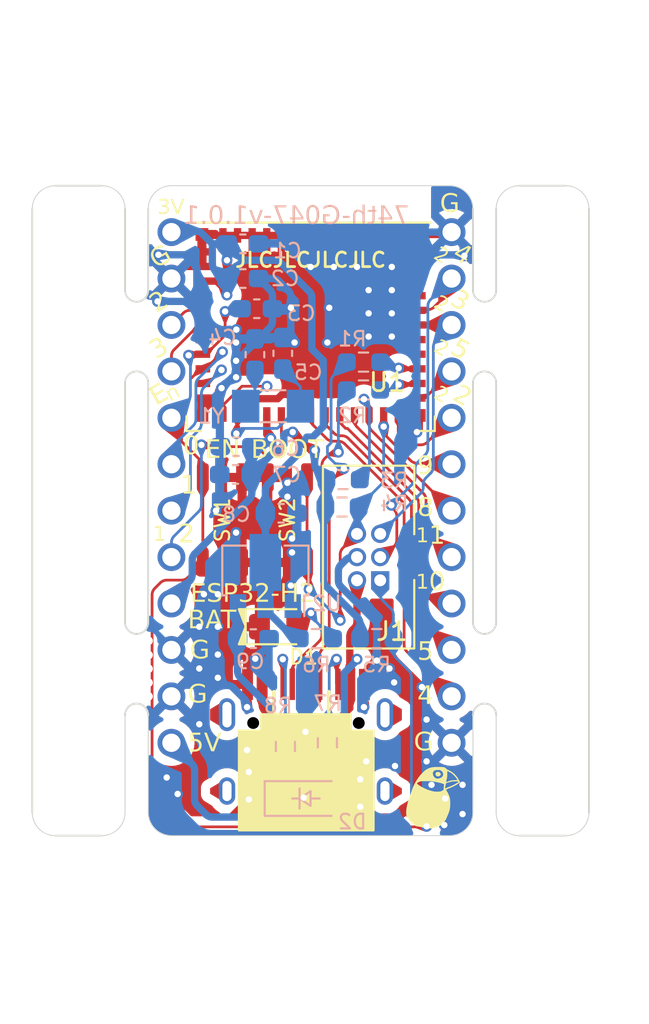
<source format=kicad_pcb>
(kicad_pcb (version 20240108) (generator "pcbnew") (generator_version "8.0")
  (title_block (title "ESP32-H2-MINI-1 DevBoard") (rev "v1.0.1") (company "Atsushi Morimoto (@74th)"))
  (layers (0 "F.Cu" signal) (31 "B.Cu" signal) (34 "B.Paste" user) (35 "F.Paste" user) (36 "B.SilkS" user "B.Silkscreen") (37 "F.SilkS" user "F.Silkscreen") (38 "B.Mask" user) (39 "F.Mask" user) (44 "Edge.Cuts" user))
  (net 0 "")
  (net 1 "+3V3")
  (net 2 "GND")
  (net 3 "/GPIO2")
  (net 4 "Net-(D2-K)")
  (net 5 "/GPIO13-XTAL")
  (net 6 "/GPIO14-XTAL")
  (net 7 "/EN")
  (net 8 "VBAT")
  (net 9 "Net-(D1-A)")
  (net 10 "/GPIO24")
  (net 11 "+5V")
  (net 12 "/GPIO9")
  (net 13 "/GPIO23")
  (net 14 "/USB_DP")
  (net 15 "/USB_DM")
  (net 16 "Net-(J2-CC1)")
  (net 17 "Net-(J2-CC2)")
  (net 18 "/GPIO25")
  (net 19 "Net-(U1-GPIO27{slash}FSPICS5{slash}USB_D+)")
  (net 20 "Net-(U1-GPIO26{slash}FSPICS4{slash}USB_D-)")
  (net 21 "/GPIO8")
  (net 23 "/GPIO1")
  (net 25 "/GPIO5")
  (net 26 "/GPIO4")
  (net 27 "/GPIO11")
  (net 28 "/GPIO12")
  (net 30 "/GPIO0")
  (net 35 "/GPIO22")
  (net 36 "/GPIO3")
  (net 39 "/GPIO10")
  (footprint "74th:PinOut_Pin_12" (layer "F.Cu") (at 152.5 35.56 -90)
    (property "Reference" "CH2" (hide yes))
    (property "Value" "Pin_13" (hide yes))
  )
  (footprint "74th:Hole_M2_2.0" (layer "F.Cu") (at 132.08 66.04)
    (property "Reference" "M5" (hide yes))
    (property "Value" "Hole_M2_2.0" (hide yes))
  )
  (footprint "74th:Hole_M2_2.0" (layer "F.Cu") (at 132.08 45.72)
    (property "Reference" "M3" (hide yes))
    (property "Value" "Hole_M2_2.0" (hide yes))
  )
  (footprint "74th:MouseBite_1.27mm_slot_half" (layer "F.Cu") (at 135.255 59.448 90)
    (property "Reference" "mouse-bite-2" (hide yes))
    (property "Value" "VAL**" (hide yes))
    (fp_arc (start -2.54 -0.635) (mid -1.905 0) (end -2.54 0.635) (stroke (width 0.1)) (layer "Edge.Cuts"))
    (fp_arc (start 2.54 0.635) (mid 1.905 0) (end 2.54 -0.635) (stroke (width 0.1)) (layer "Edge.Cuts"))
  )
  (footprint "74th:PinOut_Pin_12" (layer "F.Cu") (at 137.16 35.56 -90)
    (property "Reference" "CH1" (hide yes))
    (property "Value" "Pin_13" (hide yes))
  )
  (footprint "74th:Connector_BoxPinHeader_2x03_P1.27mm" (layer "F.Cu") (at 147.955 53.34 180)
    (property "Reference" "J1")
    (property "Value" "ESP-Prog-ProgramCOM_RECV" (hide yes))
  )
  (footprint "74th:Logo_74th_4mm" (layer "F.Cu") (at 151.384 66.675)
    (property "Reference" "MISC-ICON" (hide yes))
    (property "Value" "LOGO" (hide yes))
  )
  (footprint "$74th:JLCJLCJLCJLC" (layer "F.Cu") (at 144.78 37.084)
    (property "Reference" "REF**" (hide yes))
    (property "Value" "JLCJLCJLCJLC")
  )
  (footprint "74th:Switch_SKRPABE010" (layer "F.Cu") (at 143.51 51.308 -90)
    (property "Reference" "SW2")
    (property "Value" "SW_Push" (hide yes))
  )
  (footprint "74th:Hole_M2_2.0" (layer "F.Cu") (at 157.48 45.72)
    (property "Reference" "M3" (hide yes))
    (property "Value" "Hole_M2_2.0" (hide yes))
  )
  (footprint "74th:Hole_M2_2.0" (layer "F.Cu") (at 157.48 66.04)
    (property "Reference" "M5" (hide yes))
    (property "Value" "Hole_M2_2.0" (hide yes))
  )
  (footprint "74th:Hole_M2_2.0" (layer "F.Cu") (at 157.48 35.56)
    (property "Reference" "M1" (hide yes))
    (property "Value" "Hole_M2_2.0" (hide yes))
  )
  (footprint "74th:Hole_M2_2.0" (layer "F.Cu") (at 132.08 35.56)
    (property "Reference" "M1" (hide yes))
    (property "Value" "Hole_M2_2.0" (hide yes))
  )
  (footprint "74th:LED_0805_2012" (layer "F.Cu") (at 143.002 57.15)
    (property "Reference" "D1")
    (property "Value" "Blue" (hide yes))
  )
  (footprint "PCM_Espressif:ESP32-H2-MINI-1" (layer "F.Cu") (at 144.78 37.94)
    (property "Reference" "U1")
    (property "Value" "ESP32-H2-MINI-1")
  )
  (footprint "74th:Connector_USB-C-Receptacle_SMT_12-Pin_Simple" (layer "F.Cu") (at 144.526 66.04)
    (property "Reference" "J2" (hide yes))
    (property "Value" "USB2.0-C_SMT")
  )
  (footprint "74th:Hole_M2_2.0" (layer "F.Cu") (at 132.08 40.64)
    (property "Reference" "M2" (hide yes))
    (property "Value" "Hole_M2_2.0" (hide yes))
  )
  (footprint "74th:Switch_SKRPABE010" (layer "F.Cu") (at 139.954 51.308 90)
    (property "Reference" "SW1")
    (property "Value" "SW_Push" (hide yes))
  )
  (footprint "74th:Hole_M2_2.0" (layer "F.Cu") (at 157.48 40.64)
    (property "Reference" "M2" (hide yes))
    (property "Value" "Hole_M2_2.0" (hide yes))
  )
  (footprint "74th:MouseBite_1.27mm_slot_half" (layer "F.Cu") (at 154.305 59.448 -90)
    (property "Reference" "mouse-bite-2" (hide yes))
    (property "Value" "VAL**" (hide yes))
    (fp_arc (start 2.54 0.635) (mid 1.905 0) (end 2.54 -0.635) (stroke (width 0.1)) (layer "Edge.Cuts"))
    (fp_arc (start -2.54 -0.635) (mid -1.905 0) (end -2.54 0.635) (stroke (width 0.1)) (layer "Edge.Cuts"))
  )
  (footprint "74th:MouseBite_1.27mm_slot_half" (layer "F.Cu") (at 154.305 41.275 -90)
    (property "Reference" "mouse-bite-1" (hide yes))
    (property "Value" "VAL**" (hide yes))
    (fp_arc (start 2.54 0.635) (mid 1.905 0) (end 2.54 -0.635) (stroke (width 0.1)) (layer "Edge.Cuts"))
    (fp_arc (start -2.54 -0.635) (mid -1.905 0) (end -2.54 0.635) (stroke (width 0.1)) (layer "Edge.Cuts"))
  )
  (footprint "74th:MouseBite_1.27mm_slot_half" (layer "F.Cu") (at 135.255 41.275 90)
    (property "Reference" "mouse-bite-1" (hide yes))
    (property "Value" "VAL**" (hide yes))
    (fp_arc (start -2.54 -0.635) (mid -1.905 0) (end -2.54 0.635) (stroke (width 0.1)) (layer "Edge.Cuts"))
    (fp_arc (start 2.54 0.635) (mid 1.905 0) (end 2.54 -0.635) (stroke (width 0.1)) (layer "Edge.Cuts"))
  )
  (footprint "74th:Capacitor_0603_1608" (layer "B.Cu") (at 140.97 38.1)
    (property "Reference" "C2")
    (property "Value" "0.1u" (hide yes))
  )
  (footprint "74th:Package_SOD123W" (layer "B.Cu") (at 144.526 66.548)
    (property "Reference" "D2")
    (property "Value" "PMEG2010ER,115")
  )
  (footprint "74th:Capacitor_0603_1608" (layer "B.Cu") (at 140.8 47.2948 180)
    (property "Reference" "C6")
    (property "Value" "10u" (hide yes))
  )
  (footprint "74th:Package_SOT-89-3" (layer "B.Cu") (at 142.304 54.072 90)
    (property "Reference" "U2")
    (property "Value" "AMS1117")
  )
  (footprint "74th:Register_0603_1608" (layer "B.Cu") (at 147.6775 42.672 180)
    (property "Reference" "R1")
    (property "Value" "10" (hide yes))
  )
  (footprint "74th:Capacitor_0603_1608" (layer "B.Cu") (at 140.97 36.2)
    (property "Reference" "C1")
    (property "Value" "10u" (hide yes))
  )
  (footprint "74th:Register_0603_1608" (layer "B.Cu") (at 146.558 49.1)
    (property "Reference" "R3")
    (property "Value" "10k" (hide yes))
  )
  (footprint "74th:Register_0603_1608" (layer "B.Cu") (at 148.4 57.8)
    (property "Reference" "R5")
    (property "Value" "10k" (hide yes))
  )
  (footprint "74th:Crystal_SMD_3215-2Pin_3.2x1.5mm" (layer "B.Cu") (at 142.724 45.085)
    (property "Reference" "Y1")
    (property "Value" "32k")
  )
  (footprint "74th:Register_0603_1608" (layer "B.Cu") (at 143.4 63.7 -90)
    (property "Reference" "R8")
    (property "Value" "5.1k" (hide yes))
  )
  (footprint "74th:Register_0603_1608" (layer "B.Cu") (at 147.6775 44.196 180)
    (property "Reference" "R2")
    (property "Value" "10" (hide yes))
  )
  (footprint "74th:Capacitor_0603_1608" (layer "B.Cu") (at 141.732 42.164 -90)
    (property "Reference" "C4")
    (property "Value" "12p" (hide yes))
  )
  (footprint "74th:Register_0603_1608" (layer "B.Cu") (at 146.5 50.6)
    (property "Reference" "R4")
    (property "Value" "10k" (hide yes))
  )
  (footprint "74th:Capacitor_0603_1608" (layer "B.Cu") (at 141.732 39.751)
    (property "Reference" "C3")
    (property "Value" "1u" (hide yes))
  )
  (footprint "74th:Register_0603_1608" (layer "B.Cu") (at 145.098 57.8)
    (property "Reference" "R6")
    (property "Value" "10k" (hide yes))
  )
  (footprint "74th:Capacitor_0603_1608" (layer "B.Cu") (at 141.542 57.8)
    (property "Reference" "C9")
    (property "Value" "10u" (hide yes))
  )
  (footprint "74th:Register_0603_1608" (layer "B.Cu") (at 145.7 63.5 -90)
    (property "Reference" "R7")
    (property "Value" "5.1k" (hide yes))
  )
  (footprint "74th:Capacitor_0603_1608" (layer "B.Cu") (at 143.256 42.0905 -90)
    (property "Reference" "C5")
    (property "Value" "12p" (hide yes))
  )
  (footprint "74th:Capacitor_0603_1608" (layer "B.Cu") (at 140.7652 48.8188 180)
    (property "Reference" "C7")
    (property "Value" "0.1u" (hide yes))
  )
  (footprint "74th:Capacitor_0603_1608" (layer "B.Cu") (at 143.066 50.942)
    (property "Reference" "C8")
    (property "Value" "10u" (hide yes))
  )
  (gr_arc (start 134.62 67.31) (mid 134.248026 68.208026) (end 133.35 68.58) (stroke (width 0.05)) (layer "Edge.Cuts"))
  (gr_line (start 156.21 33.02) (end 158.75 33.02) (stroke (width 0.1)) (layer "Edge.Cuts"))
  (gr_line (start 154.94 67.31) (end 154.94 61.988) (stroke (width 0.05)) (layer "Edge.Cuts"))
  (gr_arc (start 160.02 67.31) (mid 159.648026 68.208026) (end 158.75 68.58) (stroke (width 0.05)) (layer "Edge.Cuts"))
  (gr_arc (start 133.35 33.02) (mid 134.248026 33.391974) (end 134.62 34.29) (stroke (width 0.05)) (layer "Edge.Cuts"))
  (gr_line (start 134.62 56.908) (end 134.62 43.815) (stroke (width 0.1)) (layer "Edge.Cuts"))
  (gr_arc (start 135.89 34.29) (mid 136.261974 33.391974) (end 137.16 33.02) (stroke (width 0.05)) (layer "Edge.Cuts"))
  (gr_arc (start 153.67 67.31) (mid 153.298026 68.208026) (end 152.4 68.58) (stroke (width 0.05)) (layer "Edge.Cuts"))
  (gr_line (start 158.75 68.58) (end 156.21 68.58) (stroke (width 0.1)) (layer "Edge.Cuts"))
  (gr_arc (start 137.16 68.58) (mid 136.261974 68.208026) (end 135.89 67.31) (stroke (width 0.05)) (layer "Edge.Cuts"))
  (gr_arc (start 129.54 34.29) (mid 129.911974 33.391974) (end 130.81 33.02) (stroke (width 0.05)) (layer "Edge.Cuts"))
  (gr_arc (start 154.94 34.29) (mid 155.311974 33.391974) (end 156.21 33.02) (stroke (width 0.05)) (layer "Edge.Cuts"))
  (gr_line (start 154.94 56.908) (end 154.94 43.815) (stroke (width 0.1)) (layer "Edge.Cuts"))
  (gr_line (start 129.54 34.29) (end 129.54 67.31) (stroke (width 0.1)) (layer "Edge.Cuts"))
  (gr_line (start 152.4 33.02) (end 137.16 33.02) (stroke (width 0.05)) (layer "Edge.Cuts"))
  (gr_line (start 135.89 67.31) (end 135.89 61.988) (stroke (width 0.05)) (layer "Edge.Cuts"))
  (gr_line (start 137.16 68.58) (end 152.4 68.58) (stroke (width 0.05)) (layer "Edge.Cuts"))
  (gr_line (start 130.81 68.58) (end 133.35 68.58) (stroke (width 0.1)) (layer "Edge.Cuts"))
  (gr_arc (start 130.81 68.58) (mid 129.911974 68.208026) (end 129.54 67.31) (stroke (width 0.05)) (layer "Edge.Cuts"))
  (gr_line (start 153.67 34.29) (end 153.67 38.735) (stroke (width 0.1)) (layer "Edge.Cuts"))
  (gr_line (start 154.94 38.735) (end 154.94 34.29) (stroke (width 0.1)) (layer "Edge.Cuts"))
  (gr_line (start 133.35 33.02) (end 130.81 33.02) (stroke (width 0.1)) (layer "Edge.Cuts"))
  (gr_line (start 134.62 38.735) (end 134.62 34.29) (stroke (width 0.1)) (layer "Edge.Cuts"))
  (gr_arc (start 158.75 33.02) (mid 159.648026 33.391974) (end 160.02 34.29) (stroke (width 0.05)) (layer "Edge.Cuts"))
  (gr_line (start 134.62 67.31) (end 134.62 61.988) (stroke (width 0.05)) (layer "Edge.Cuts"))
  (gr_line (start 153.67 56.908) (end 153.67 43.815) (stroke (width 0.1)) (layer "Edge.Cuts"))
  (gr_line (start 135.89 56.908) (end 135.89 43.815) (stroke (width 0.1)) (layer "Edge.Cuts"))
  (gr_line (start 160.02 34.29) (end 160.02 67.31) (stroke (width 0.1)) (layer "Edge.Cuts"))
  (gr_line (start 135.89 34.29) (end 135.89 38.735) (stroke (width 0.1)) (layer "Edge.Cuts"))
  (gr_arc (start 156.21 68.58) (mid 155.311974 68.208026) (end 154.94 67.31) (stroke (width 0.05)) (layer "Edge.Cuts"))
  (gr_line (start 153.67 67.31) (end 153.67 61.988) (stroke (width 0.05)) (layer "Edge.Cuts"))
  (gr_arc (start 152.4 33.02) (mid 153.298026 33.391974) (end 153.67 34.29) (stroke (width 0.05)) (layer "Edge.Cuts"))
  (gr_text "74th-G047-v1.0.1" (at 137.8204 34.6964 0) (layer "B.SilkS") (effects (font (size 1 1) (thickness 0.12)) (justify right mirror)))
  (gr_text "2" (at 136.398 40.132 30) (layer "F.SilkS") (effects (font (size 1 1) (thickness 0.12)) (justify left bottom)))
  (gr_text "4" (at 152.4 37.084 330) (layer "F.SilkS") (effects (font (size 1 1) (thickness 0.12)) (justify left bottom)))
  (gr_text "2" (at 151.384 39.751 330) (layer "F.SilkS") (effects (font (size 0.8 0.8) (thickness 0.12)) (justify left bottom)))
  (gr_text "0" (at 137.795 47.879 0) (layer "F.SilkS") (effects (font (size 1 1) (thickness 0.12)) (justify left bottom)))
  (gr_text "3" (at 136.398 42.672 30) (layer "F.SilkS") (effects (font (size 1 1) (thickness 0.12)) (justify left bottom)))
  (gr_text "2" (at 137.541 52.705 0) (layer "F.SilkS") (effects (font (size 1 1) (thickness 0.12)) (justify left bottom)))
  (gr_text "4" (at 151.511 60.96 0) (layer "F.SilkS") (effects (font (size 1 1) (thickness 0.12)) (justify right)))
  (gr_text "3V" (at 136.398 34.6964 0) (layer "F.SilkS") (effects (font (size 0.8 0.8) (thickness 0.12)) (justify left bottom)))
  (gr_text "1" (at 136.144 52.578 0) (layer "F.SilkS") (effects (font (size 0.8 0.8) (thickness 0.12)) (justify left bottom)))
  (gr_text "2" (at 151.384 42.164 330) (layer "F.SilkS") (effects (font (size 0.8 0.8) (thickness 0.12)) (justify left bottom)))
  (gr_text "EN" (at 139.954 47.498 0) (layer "F.SilkS") (effects (font (size 1 1) (thickness 0.12))))
  (gr_text "1" (at 151.257 54.737 0) (layer "F.SilkS") (effects (font (size 0.8 0.8) (thickness 0.12)) (justify right)))
  (gr_text "2" (at 151.384 37.084 330) (layer "F.SilkS") (effects (font (size 0.8 0.8) (thickness 0.12)) (justify left bottom)))
  (gr_text "G" (at 151.511 63.5 0) (layer "F.SilkS") (effects (font (size 1 1) (thickness 0.12)) (justify right)))
  (gr_text "2" (at 151.384 44.704 330) (layer "F.SilkS") (effects (font (size 0.8 0.8) (thickness 0.12)) (justify left bottom)))
  (gr_text "0" (at 152.146 54.737 0) (layer "F.SilkS") (effects (font (size 1 1) (thickness 0.12)) (justify right)))
  (gr_text "G" (at 136.398 37.719 30) (layer "F.SilkS") (effects (font (size 1 1) (thickness 0.12)) (justify left bottom)))
  (gr_text "3" (at 152.273 39.624 330) (layer "F.SilkS") (effects (font (size 1 1) (thickness 0.12)) (justify left bottom)))
  (gr_text "G" (at 138.176 59.055 0) (layer "F.SilkS") (effects (font (size 1 1) (thickness 0.12)) (justify left bottom)))
  (gr_text "1" (at 137.668 50.038 0) (layer "F.SilkS") (effects (font (size 1 1) (thickness 0.12)) (justify left bottom)))
  (gr_text "BOOT" (at 143.51 47.498 0) (layer "F.SilkS") (effects (font (size 1 1) (thickness 0.12))))
  (gr_text "BAT" (at 138.049 57.404 0) (layer "F.SilkS") (effects (font (size 1 1) (thickness 0.12)) (justify left bottom)))
  (gr_text "E" (at 136.398 45.212 30) (layer "F.SilkS") (effects (font (size 1 1) (thickness 0.12)) (justify left bottom)))
  (gr_text "5V" (at 138.049 64.135 0) (layer "F.SilkS") (effects (font (size 1 1) (thickness 0.12)) (justify left bottom)))
  (gr_text "2" (at 152.4 44.831 330) (layer "F.SilkS") (effects (font (size 1 1) (thickness 0.12)) (justify left bottom)))
  (gr_text "1" (at 152.146 52.197 0) (layer "F.SilkS") (effects (font (size 1 1) (thickness 0.12)) (justify right)))
  (gr_text "1" (at 151.257 52.197 0) (layer "F.SilkS") (effects (font (size 0.8 0.8) (thickness 0.12)) (justify right)))
  (gr_text "5" (at 151.511 58.547 0) (layer "F.SilkS") (effects (font (size 1 1) (thickness 0.12)) (justify right)))
  (gr_text "n" (at 137.16 44.958 30) (layer "F.SilkS") (effects (font (size 0.8 0.8) (thickness 0.12)) (justify left bottom)))
  (gr_text "ESP32-H2" (at 145.034 55.372 0) (layer "F.SilkS") (effects (font (size 1 1) (thickness 0.12)) (justify right)))
  (gr_text "G" (at 152.4 34.036 0) (layer "F.SilkS") (effects (font (size 1 1) (thickness 0.12))))
  (gr_text "8" (at 151.511 50.673 0) (layer "F.SilkS") (effects (font (size 1 1) (thickness 0.12)) (justify right)))
  (gr_text "G" (at 138.049 61.468 0) (layer "F.SilkS") (effects (font (size 1 1) (thickness 0.12)) (justify left bottom)))
  (gr_text "9" (at 151.511 48.387 0) (layer "F.SilkS") (effects (font (size 1 1) (thickness 0.12)) (justify right)))
  (gr_text "5" (at 152.273 42.291 330) (layer "F.SilkS") (effects (font (size 1 1) (thickness 0.12)) (justify left bottom)))
  (segment (start 140.2 37.1) (end 140.2 37.472893) (width 0.4) (layer "F.Cu") (net 1))
  (segment (start 140.053553 37.826447) (end 139.64 38.24) (width 0.4) (layer "F.Cu") (net 1))
  (segment (start 140.2 39) (end 140.2 38.8) (width 0.4) (layer "F.Cu") (net 1))
  (segment (start 140.2 38.8) (end 139.64 38.24) (width 0.4) (layer "F.Cu") (net 1))
  (segment (start 139.64 38.24) (end 138.88 38.24) (width 0.4) (layer "F.Cu") (net 1))
  (via (at 140.2 39) (size 0.6) (drill 0.35) (layers "F.Cu" "B.Cu") (net 1))
  (via (at 140.2 37.1) (size 0.6) (drill 0.35) (layers "F.Cu" "B.Cu") (net 1))
  (arc (start 140.2 37.472893) (mid 140.16194 37.664235) (end 140.053553 37.826447) (width 0.4) (layer "F.Cu") (net 1))
  (segment (start 140.2075 37.0925) (end 140.2 37.1) (width 0.4) (layer "B.Cu") (net 1))
  (segment (start 144.892925 46.775475) (end 145.475 46.1934) (width 0.4) (layer "B.Cu") (net 1))
  (segment (start 137.22 35.5) (end 137.16 35.56) (width 0.4) (layer "B.Cu") (net 1))
  (segment (start 145.475 46.1934) (end 145.475 42.5858) (width 0.4) (layer "B.Cu") (net 1))
  (segment (start 140.2075 37.9925) (end 140.953554 37.246446) (width 0.4) (layer "B.Cu") (net 1))
  (segment (start 140.2075 36.2) (end 140.557568 36.2) (width 0.4) (layer "B.Cu") (net 1))
  (segment (start 143.753553 57.653553) (end 142.450446 56.350446) (width 0.4) (layer "B.Cu") (net 1))
  (segment (start 144.1855 57.8) (end 144.107107 57.8) (width 0.4) (layer "B.Cu") (net 1))
  (segment (start 139.4 36.2) (end 138.846446 35.646446) (width 0.4) (layer "B.Cu") (net 1))
  (segment (start 145.475 42.5858) (end 144.85 41.9608) (width 0.4) (layer "B.Cu") (net 1))
  (segment (start 142.304 53.504) (end 142.2 53.4) (width 0.4) (layer "B.Cu") (net 1))
  (segment (start 140.2075 38.1) (end 140.207107 38.1) (width 0.4) (layer "B.Cu") (net 1))
  (segment (start 140.2075 38.1) (end 140.2075 38.9925) (width 0.4) (layer "B.Cu") (net 1))
  (segment (start 144.565475 46.775475) (end 144.892925 46.775475) (width 0.4) (layer "B.Cu") (net 1))
  (segment (start 142.304 55.996893) (end 142.304 55.9345) (width 0.4) (layer "B.Cu") (net 1))
  (segment (start 139.4 37.292893) (end 139.4 36.2) (width 0.4) (layer "B.Cu") (net 1))
  (segment (start 142.304 55.9345) (end 142.304 53.504) (width 0.4) (layer "B.Cu") (net 1))
  (segment (start 140.2075 36.2) (end 139.4 36.2) (width 0.4) (layer "B.Cu") (net 1))
  (segment (start 144.15 47.25) (end 144.15 47.442893) (width 0.4) (layer "B.Cu") (net 1))
  (segment (start 141.307107 37.1) (end 141.4 37.1) (width 0.4) (layer "B.Cu") (net 1))
  (segment (start 142.304 55.9345) (end 142.304 50.9425) (width 0.4) (layer "B.Cu") (net 1))
  (segment (start 140.961053 36.953553) (end 140.2075 36.2) (width 0.4) (layer "B.Cu") (net 1))
  (segment (start 140.2075 36.2) (end 140.2075 37.0925) (width 0.4) (layer "B.Cu") (net 1))
  (segment (start 142.3035 49.703607) (end 142.3035 50.942) (width 0.4) (layer "B.Cu") (net 1))
  (segment (start 139.853553 37.953553) (end 139.546446 37.646446) (width 0.4) (layer "B.Cu") (net 1))
  (segment (start 143.146447 37.246447) (end 144.703554 38.803554) (width 0.4) (layer "B.Cu") (net 1))
  (segment (start 140.2075 38.1) (end 140.2075 37.9925) (width 0.4) (layer "B.Cu") (net 1))
  (segment (start 142.24 54.5225) (end 142.24 54.74) (width 0.4) (layer "B.Cu") (net 1))
  (segment (start 141.4 37.1) (end 141.314607 37.1) (width 0.4) (layer "B.Cu") (net 1))
  (segment (start 138.492893 35.5) (end 137.22 35.5) (width 0.4) (layer "B.Cu") (net 1))
  (segment (start 140.2075 38.9925) (end 140.2 39) (width 0.4) (layer "B.Cu") (net 1))
  (segment (start 142.304 50.9425) (end 142.3035 50.942) (width 0.4) (layer "B.Cu") (net 1))
  (segment (start 144.85 39.157107) (end 144.85 41.9608) (width 0.4) (layer "B.Cu") (net 1))
  (segment (start 144.453553 46.946447) (end 144.15 47.25) (width 0.4) (layer "B.Cu") (net 1))
  (segment (start 141.4 37.1) (end 142.792893 37.1) (width 0.4) (layer "B.Cu") (net 1))
  (segment (start 144.003553 47.796447) (end 142.449946 49.350054) (width 0.4) (layer "B.Cu") (net 1))
  (arc (start 142.449946 49.350054) (mid 142.34156 49.512266) (end 142.3035 49.703607) (width 0.4) (layer "B.Cu") (net 1))
  (arc (start 143.146447 37.246447) (mid 142.984235 37.13806) (end 142.792893 37.1) (width 0.4) (layer "B.Cu") (net 1))
  (arc (start 142.450446 56.350446) (mid 142.34206 56.188234) (end 142.304 55.996893) (width 0.4) (layer "B.Cu") (net 1))
  (arc (start 139.4 37.292893) (mid 139.43806 37.484234) (end 139.546446 37.646446) (width 0.4) (layer "B.Cu") (net 1))
  (arc (start 140.961053 36.953553) (mid 141.123265 37.06194) (end 141.314607 37.1) (width 0.4) (layer "B.Cu") (net 1))
  (arc (start 144.003553 47.796447) (mid 144.11194 47.634235) (end 144.15 47.442893) (width 0.4) (layer "B.Cu") (net 1))
  (arc (start 143.753553 57.653553) (mid 143.915765 57.76194) (end 144.107107 57.8) (width 0.4) (layer "B.Cu") (net 1))
  (arc (start 140.207107 38.1) (mid 140.015765 38.06194) (end 139.853553 37.953553) (width 0.4) (layer "B.Cu") (net 1))
  (arc (start 138.846446 35.646446) (mid 138.684234 35.53806) (end 138.492893 35.5) (width 0.4) (layer "B.Cu") (net 1))
  (arc (start 144.85 39.157107) (mid 144.81194 38.965766) (end 144.703554 38.803554) (width 0.4) (layer "B.Cu") (net 1))
  (arc (start 140.953554 37.246446) (mid 141.115766 37.13806) (end 141.307107 37.1) (width 0.4) (layer "B.Cu") (net 1))
  (segment (start 142.981647 44.673553) (end 143.7132 43.942) (width 0.4) (layer "F.Cu") (net 2))
  (segment (start 139.9032 44.29823) (end 138.93071 45.27072) (width 0.4) (layer "F.Cu") (net 2))
  (segment (start 147.726 60.31) (end 147.726 59.881107) (width 0.4) (layer "F.Cu") (net 2))
  (segment (start 137.82 37.44) (end 137.16 38.1) (width 0.4) (layer "F.Cu") (net 2))
  (segment (start 138.88 36.64) (end 138.827107 36.64) (width 0.4) (layer "F.Cu") (net 2))
  (segment (start 150.73 35.69) (end 149.63 35.69) (width 0.4) (layer "F.Cu") (net 2))
  (segment (start 138.182 66.3) (end 139.446 67.564) (width 0.4) (layer "F.Cu") (net 2))
  (segment (start 138.88 44.64) (end 138.88 45.54) (width 0.4) (layer "F.Cu") (net 2))
  (segment (start 139.352893 44.64) (end 138.88 44.64) (width 0.4) (layer "F.Cu") (net 2))
  (segment (start 139.9032 44.0944) (end 139.9032 44.29537) (width 0.4) (layer "F.Cu") (net 2))
  (segment (start 137.5 66.3) (end 138.182 66.3) (width 0.4) (layer "F.Cu") (net 2))
  (segment (start 152.37 35.69) (end 152.5 35.56) (width 0.4) (layer "F.Cu") (net 2))
  (segment (start 141.326 60.31) (end 141.326 61.524) (width 0.4) (layer "F.Cu") (net 2))
  (segment (start 150.73 46.37) (end 150.6 46.5) (width 0.4) (layer "F.Cu") (net 2))
  (segment (start 150.73 35.69) (end 152.37 35.69) (width 0.4) (layer "F.Cu") (net 2))
  (segment (start 138.83 45.577107) (end 138.83 45.59) (width 0.4) (layer "F.Cu") (net 2))
  (segment (start 141.726447 44.673553) (end 142.981647 44.673553) (width 0.4) (layer "F.Cu") (net 2))
  (segment (start 149.63 35.69) (end 149.58 35.74) (width 0.4) (layer "F.Cu") (net 2))
  (segment (start 141.326 60.31) (end 141.326 59.531107) (width 0.4) (layer "F.Cu") (net 2))
  (segment (start 147.872447 59.527553) (end 148.4 59) (width 0.4) (layer "F.Cu") (net 2))
  (segment (start 138.88 37.44) (end 138.88 36.64) (width 0.4) (layer "F.Cu") (net 2))
  (segment (start 148.336 67.564) (end 149.636 67.564) (width 0.4) (layer "F.Cu") (net 2))
  (segment (start 138.88 45.54) (end 138.83 45.59) (width 0.4) (layer "F.Cu") (net 2))
  (segment (start 138.473553 36.786447) (end 137.82 37.44) (width 0.4) (layer "F.Cu") (net 2))
  (segment (start 141.326 61.524) (end 141.3 61.55) (width 0.4) (layer "F.Cu") (net 2))
  (segment (start 150.73 45.59) (end 150.73 46.37) (width 0.4) (layer "F.Cu") (net 2))
  (segment (start 141.472447 59.177553) (end 141.75 58.9) (width 0.4) (layer "F.Cu") (net 2))
  (segment (start 139.9032 44.0944) (end 139.9032 44.29823) (width 0.4) (layer "F.Cu") (net 2))
  (segment (start 147.726 60.31) (end 147.726 61.524) (width 0.4) (layer "F.Cu") (net 2))
  (segment (start 147.772 67) (end 148.336 67.564) (width 0.4) (layer "F.Cu") (net 2))
  (segment (start 141.58 45.54) (end 141.58 45.027107) (width 0.4) (layer "F.Cu") (net 2))
  (segment (start 149.636 67.564) (end 151.4 65.8) (width 0.4) (layer "F.Cu") (net 2))
  (segment (start 140.436 67.564) (end 141.4 66.6) (width 0.4) (layer "F.Cu") (net 2))
  (segment (start 147.5 67) (end 147.772 67) (width 0.4) (layer "F.Cu") (net 2))
  (segment (start 139.446 67.564) (end 140.436 67.564) (width 0.4) (layer "F.Cu") (net 2))
  (segment (start 147.726 61.524) (end 147.7 61.55) (width 0.4) (layer "F.Cu") (net 2))
  (segment (start 139.9032 44.29537) (end 139.65928 44.53929) (width 0.4) (layer "F.Cu") (net 2))
  (segment (start 138.88 37.44) (end 137.82 37.44) (width 0.4) (layer "F.Cu") (net 2))
  (via (at 140.716 40.894) (size 0.6) (drill 0.35) (layers "F.Cu" "B.Cu") (net 2))
  (via (at 149.225 40.005) (size 0.6) (drill 0.35) (layers "F.Cu" "B.Cu") (net 2))
  (via (at 139.6 50.8) (size 0.6) (drill 0.35) (layers "F.Cu" "B.Cu") (net 2))
  (via (at 151.13 62.23) (size 0.6) (drill 0.35) (layers "F.Cu" "B.Cu") (net 2))
  (via (at 144.78 37.465) (size 0.6) (drill 0.35) (layers "F.Cu" "B.Cu") (net 2))
  (via (at 136.9 65.4) (size 0.6) (drill 0.35) (layers "F.Cu" "B.Cu") (net 2))
  (via (at 143.7 54.9) (size 0.6) (drill 0.35) (layers "F.Cu" "B.Cu") (net 2))
  (via (at 149.225 38.735) (size 0.6) (drill 0.35) (layers "F.Cu" "B.Cu") (net 2))
  (via (at 140.7 43.5) (size 0.6) (drill 0.35) (layers "F.Cu" "B.Cu") (net 2))
  (via (at 145.8 39.7) (size 0.6) (drill 0.35) (layers "F.Cu" "B.Cu") (net 2))
  (via (at 138.684 62.484) (size 0.6) (drill 0.35) (layers "F.Cu" "B.Cu") (net 2))
  (via (at 136.45 36.8) (size 0.6) (drill 0.35) (layers "F.Cu" "B.Cu") (net 2))
  (via (at 145.7 41.6) (size 0.6) (drill 0.35) (layers "F.Cu" "B.Cu") (net 2))
  (via (at 147.955 38.735) (size 0.6) (drill 0.35) (layers "F.Cu" "B.Cu") (net 2))
  (via (at 141.3 61.55) (size 0.6) (drill 0.35) (layers "F.Cu" "B.Cu") (net 2))
  (via (at 143.764 52.324) (size 0.6) (drill 0.35) (layers "F.Cu" "B.Cu") (net 2))
  (via (at 138.938 55.372) (size 0.6) (drill 0.35) (layers "F.Cu" "B.Cu") (net 2))
  (via (at 149.225 37.465) (size 0.6) (drill 0.35) (layers "F.Cu" "B.Cu") (net 2))
  (via (at 153.1 65.8) (size 0.6) (drill 0.35) (layers "F.Cu" "B.Cu") (net 2))
  (via (at 149.225 41.275) (size 0.6) (drill 0.35) (layers "F.Cu" "B.Cu") (net 2))
  (via (at 143.7 39.7) (size 0.6) (drill 0.35) (layers "F.Cu" "B.Cu") (net 2))
  (via (at 143.764 53.086) (size 0.6) (drill 0.35) (layers "F.Cu" "B.Cu") (net 2))
  (via (at 139.7 58.674) (size 0.6) (drill 0.35) (layers "F.Cu" "B.Cu") (net 2))
  (via (at 143.51 50.038) (size 0.6) (drill 0.35) (layers "F.Cu" "B.Cu") (net 2))
  (via (at 150.876 60.452) (size 0.6) (drill 0.35) (layers "F.Cu" "B.Cu") (net 2))
  (via (at 141.4 65.1) (size 0.6) (drill 0.35) (layers "F.Cu" "B.Cu") (net 2))
  (via (at 153.1 67.4) (size 0.6) (drill 0.35) (layers "F.Cu" "B.Cu") (net 2))
  (via (at 141.4 66.6) (size 0.6) (drill 0.35) (layers "F.Cu" "B.Cu") (net 2))
  (via (at 149.352 60.198) (size 0.6) (drill 0.35) (layers "F.Cu" "B.Cu") (net 2))
  (via (at 139.9032 44.0944) (size 0.6) (drill 0.35) (layers "F.Cu" "B.Cu") (net 2))
  (via (at 138.684 59.436) (size 0.6) (drill 0.35) (layers "F.Cu" "B.Cu") (net 2))
  (via (at 153.2 36.85) (size 0.6) (drill 0.35) (layers "F.Cu" "B.Cu") (net 2))
  (via (at 141.3 63.9) (size 0.6) (drill 0.35) (layers "F.Cu" "B.Cu") (net 2))
  (via (at 139.7 59.944) (size 0.6) (drill 0.35) (layers "F.Cu" "B.Cu") (net 2))
  (via (at 141.75 58.9) (size 0.6) (drill 0.35) (layers "F.Cu" "B.Cu") (net 2))
  (via (at 140.7 42.6) (size 0.6) (drill 0.35) (layers "F.Cu" "B.Cu") (net 2))
  (via (at 147.5 65.5) (size 0.6) (drill 0.35) (layers "F.Cu" "B.Cu") (net 2))
  (via (at 151.13 64.516) (size 0.6) (drill 0.35) (layers "F.Cu" "B.Cu") (net 2))
  (via (at 147.32 37.465) (size 0.6) (drill 0.35) (layers "F.Cu" "B.Cu") (net 2))
  (via (at 149.4 64.77) (size 0.6) (drill 0.35) (layers "F.Cu" "B.Cu") (net 2))
  (via (at 147.7 61.55) (size 0.6) (drill 0.35) (layers "F.Cu" "B.Cu") (net 2))
  (via (at 147.955 41.275) (size 0.6) (drill 0.35) (layers "F.Cu" "B.Cu") (net 2))
  (via (at 139.7 55.372) (size 0.6) (drill 0.35) (layers "F.Cu" "B.Cu") (net 2))
  (via (at 152.1 68) (size 0.6) (drill 0.35) (layers "F.Cu" "B.Cu") (net 2))
  (via (at 149.098 59.436) (size 0.6) (drill 0.35) (layers "F.Cu" "B.Cu") (net 2))
  (via (at 146.05 37.465) (size 0.6) (drill 0.35) (layers "F.Cu" "B.Cu") (net 2))
  (via (at 150.6 46.5) (size 0.6) (drill 0.35) (layers "F.Cu" "B.Cu") (net 2))
  (via (at 143.9 41.6) (size 0.6) (drill 0.35) (layers "F.Cu" "B.Cu") (net 2))
  (via (at 143.51 49.276) (size 0.6) (drill 0.35) (layers "F.Cu" "B.Cu") (net 2))
  (via (at 138.684 57.15) (size 0.6) (drill 0.35) (layers "F.Cu" "B.Cu") (net 2))
  (via (at 140.7 52) (size 0.6) (drill 0.35) (layers "F.Cu" "B.Cu") (net 2))
  (via (at 140.7 41.6) (size 0.6) (drill 0.35) (layers "F.Cu" "B.Cu") (net 2))
  (via (at 152.146 66.548) (size 0.6) (drill 0.35) (layers "F.Cu" "B.Cu") (net 2))
  (via (at 139.7 57.15) (size 0.6) (drill 0.35) (layers "F.Cu" "B.Cu") (net 2))
  (via (at 144.4 66.5) (size 0.6) (drill 0.35) (layers "F.Cu" "B.Cu") (net 2))
  (via (at 147.828 64.516) (size 0.6) (drill 0.35) (layers "F.Cu" "B.Cu") (net 2))
  (via (at 144.5 62.9) (size 0.6) (drill 0.35) (layers "F.Cu" "B.Cu") (net 2))
  (via (at 151.4 65.8) (size 0.6) (drill 0.35) (layers "F.Cu" "B.Cu") (net 2))
  (via (at 137.5 66.3) (size 0.6) (drill 0.35) (layers "F.Cu" "B.Cu") (net 2))
  (via (at 147.955 40.005) (size 0.6) (drill 0.35) (layers "F.Cu" "B.Cu") (net 2))
  (via (at 136.4 39.35) (size 0.6) (drill 0.35) (layers "F.Cu" "B.Cu") (net 2))
  (via (at 148.4 59) (size 0.6) (drill 0.35) (layers "F.Cu" "B.Cu") (net 2))
  (via (at 147.5 67) (size 0.6) (drill 0.35) (layers "F.Cu" "B.Cu") (net 2))
  (arc (start 147.726 59.881107) (mid 147.76406 59.689765) (end 147.872447 59.527553) (width 0.4) (layer "F.Cu") (net 2))
  (arc (start 138.93071 45.27072) (mid 138.856533 45.416386) (end 138.83 45.577107) (width 0.4) (layer "F.Cu") (net 2))
  (arc (start 141.58 45.027107) (mid 141.61806 44.835765) (end 141.726447 44.673553) (width 0.4) (layer "F.Cu") (net 2))
  (arc (start 141.326 59.531107) (mid 141.36406 59.339765) (end 141.472447 59.177553) (width 0.4) (layer "F.Cu") (net 2))
  (arc (start 139.65928 44.53929) (mid 139.513614 44.613467) (end 139.352893 44.64) (width 0.4) (layer "F.Cu") (net 2))
  (arc (start 138.827107 36.64) (mid 138.635765 36.67806) (end 138.473553 36.786447) (width 0.4) (layer "F.Cu") (net 2))
  (segment (start 140.7 42.6) (end 140.734 42.6) (width 0.4) (layer "B.Cu") (net 2))
  (segment (start 142.6945 39.878) (end 143.314893 39.878) (width 0.4) (layer "B.Cu") (net 2))
  (segment (start 141.732 41.602) (end 142.548054 40.785946) (width 0.4) (layer "B.Cu") (net 2))
  (segment (start 138.403553 39.096447) (end 138.296446 39.203554) (width 0.4) (layer "B.Cu") (net 2))
  (segment (start 139.8375 47) (end 139.8375 44.1601) (width 0.4) (layer "B.Cu") (net 2))
  (segment (start 138.55 37.557107) (end 138.55 38.742893) (width 0.4) (layer "B.Cu") (net 2))
  (segment (start 143.3 41.6) (end 143.256 41.644) (width 0.4) (layer "B.Cu") (net 2))
  (segment (start 153.15 36.8) (end 153.2 36.85) (width 0.4) (layer "B.Cu") (net 2))
  (segment (start 150.6 46.5) (end 150.6 37.667107) (width 0.4) (layer "B.Cu") (net 2))
  (segment (start 148.4 57.129289) (end 148.4 59) (width 0.4) (layer "B.Cu") (net 2))
  (segment (start 144.78 37.465) (end 144.78 37.63) (width 0.4) (layer "B.Cu") (net 2))
  (segment (start 142.6945 39.878) (end 142.6945 39.069107) (width 0.4) (layer "B.Cu") (net 2))
  (segment (start 146.713553 53.486447) (end 146.446446 53.753554) (width 0.4) (layer "B.Cu") (net 2))
  (segment (start 146.1 65.5) (end 147.5 65.5) (width 0.4) (layer "B.Cu") (net 2))
  (segment (start 145.7 65.1) (end 146.1 65.5) (width 0.4) (layer "B.Cu") (net 2))
  (segment (start 140.7 43.5) (end 140.7 42.634) (width 0.4) (layer "B.Cu") (net 2))
  (segment (start 140.106 60.35) (end 139.7 59.944) (width 0.4) (layer "B.Cu") (net 2))
  (segment (start 142.5045 59.7005) (end 142.748 59.944) (width 0.4) (layer "B.Cu") (net 2))
  (segment (start 147.311514 64.516) (end 147.172996 64.377482) (width 0.4) (layer "B.Cu") (net 2))
  (segment (start 144.78 37.63) (end 145.653554 38.503554) (width 0.4) (layer "B.Cu") (net 2))
  (segment (start 153.155 36.805) (end 151.255 36.805) (width 0.4) (layer "B.Cu") (net 2))
  (segment (start 138.146447 36.946447) (end 138.403554 37.203554) (width 0.4) (layer "B.Cu") (net 2))
  (segment (start 150.746447 37.313553) (end 151.255 36.805) (width 0.4) (layer "B.Cu") (net 2))
  (segment (start 146.3 54.107107) (end 146.3 54.615075) (width 0.4) (layer "B.Cu") (net 2))
  (segment (start 143.7 40.992893) (end 143.7 39.7) (width 0.4) (layer "B.Cu") (net 2))
  (segment (start 140.7 42.6) (end 140.7 41.6) (width 0.4) (layer "B.Cu") (net 2))
  (segment (start 143.046447 38.246447) (end 143.553554 38.753554) (width 0.4) (layer "B.Cu") (net 2))
  (segment (start 139.7 59.944) (end 139.294 60.35) (width 0.4) (layer "B.Cu") (net 2))
  (segment (start 145.7 64.4125) (end 145.7 65.1) (width 0.4) (layer "B.Cu") (net 2))
  (segment (start 144.5 63.1) (end 143.4 64.2) (width 0.4) (layer "B.Cu") (net 2))
  (segment (start 143.4 64.2) (end 143.4 64.6125) (width 0.4) (layer "B.Cu") (net 2))
  (segment (start 139.294 60.35) (end 137.977107 60.35) (width 0.4) (layer "B.Cu") (net 2))
  (segment (start 144.5 62.9) (end 144.5 63.1) (width 0.4) (layer "B.Cu") (net 2))
  (segment (start 151.255 36.805) (end 152.5 35.56) (width 0.4) (layer "B.Cu") (net 2))
  (segment (start 152.5 35.65) (end 153.003554 36.153554) (width 0.4) (layer "B.Cu") (net 2))
  (segment (start 139.9032 44.0944) (end 140.4976 43.5) (width 0.4) (layer "B.Cu") (net 2))
  (segment (start 146.446447 54.968629) (end 148.253554 56.775736) (width 0.4) (layer "B.Cu") (net 2))
  (segment (start 140.734 42.6) (end 141.732 41.602) (width 0.4) (layer "B.Cu") (net 2))
  (segment (start 152.5 35.56) (end 152.5 35.65) (width 0.4) (layer "B.Cu") (net 2))
  (segment (start 143.9 41.6) (end 143.3 41.6) (width 0.4) (layer "B.Cu") (net 2))
  (segment (start 146.5 64.4125) (end 145.9 64.4125) (width 0.4) (layer "B.Cu") (net 2))
  (segment (start 144.615 37.465) (end 144.78 37.465) (width 0.4) (layer "B.Cu") (net 2))
  (segment (start 146.980393 64.4125) (end 146.5 64.4125) (width 0.4) (layer "B.Cu") (net 2))
  (segment (start 137.942893 39.35) (end 136.4 39.35) (width 0.4) (layer "B.Cu") (net 2))
  (segment (start 152.5 35.56) (end 150.147107 35.56) (width 0.4) (layer "B.Cu") (net 2))
  (segment (start 142.358053 58.291947) (end 141.75 58.9) (width 0.4) (layer "B.Cu") (net 2))
  (segment (start 142.5045 57.8) (end 142.5045 57.938393) (width 0.4) (layer "B.Cu") (net 2))
  (segment (start 139.8375 44.1601) (end 139.9032 44.0944) (width 0.4) (layer "B.Cu") (net 2))
  (segment (start 147.828 64.516) (end 147.311514 64.516) (width 0.4) (layer "B.Cu") (net 2))
  (segment (start 147.32 53.34) (end 147.067107 53.34) (width 0.4) (layer "B.Cu") (net 2))
  (segment (start 143.9 41.4) (end 143.846446 41.346446) (width 0.4) (layer "B.Cu") (net 2))
  (segment (start 142.548053 38.715553) (end 141.9325 38.1) (width 0.4) (layer "B.Cu") (net 2))
  (segment (start 144.4 66.5) (end 144.4 66.107107) (width 0.4) (layer "B.Cu") (net 2))
  (segment (start 137.623553 60.496447) (end 137.16 60.96) (width 0.4) (layer "B.Cu") (net 2))
  (segment (start 143.496447 36.346447) (end 144.615 37.465) (width 0.4) (layer "B.Cu") (net 2))
  (segment (start 140.4976 43.5) (end 140.7 43.5) (width 0.4) (layer "B.Cu") (net 2))
  (segment (start 143.804 56.022) (end 143.804 55.004) (width 0.4) (layer "B.Cu") (net 2))
  (segment (start 145.8 38.857107) (end 145.8 39.7) (width 0.4) (layer "B.Cu") (net 2))
  (segment (start 140.7 42.634) (end 140.7 42.634) (width 0.4) (layer "B.Cu") (net 2))
  (segment (start 146.5 64.4125) (end 145.7 64.4125) (width 0.4) (layer "B.Cu") (net 2))
  (segment (start 142.5045 57.8) (end 142.5045 59.7005) (width 0.4) (layer "B.Cu") (net 2))
  (segment (start 144.253553 65.753553) (end 143.546446 65.046446) (width 0.4) (layer "B.Cu") (net 2))
  (segment (start 153.2 36.85) (end 153.155 36.805) (width 0.4) (layer "B.Cu") (net 2))
  (segment (start 143.804 55.004) (end 143.7 54.9) (width 0.4) (layer "B.Cu") (net 2))
  (segment (start 136.45 36.8) (end 137.792893 36.8) (width 0.4) (layer "B.Cu") (net 2))
  (segment (start 149.793553 35.706447) (end 145.8 39.7) (width 0.4) (layer "B.Cu") (net 2))
  (segment (start 140.192893 60.35) (end 140.106 60.35) (width 0.4) (layer "B.Cu") (net 2))
  (segment (start 143.7 39.107107) (end 143.7 39.7) (width 0.4) (layer "B.Cu") (net 2))
  (segment (start 143.4 64.692893) (end 143.4 64.6125) (width 0.4) (layer "B.Cu") (net 2))
  (segment (start 141.9325 36.2) (end 143.142893 36.2) (width 0.4) (layer "B.Cu") (net 2))
  (segment (start 153.15 36.507107) (end 153.15 36.8) (width 0.4) (layer "B.Cu") (net 2))
  (segment (start 142.6945 40.432393) (end 142.6945 39.878) (width 0.4) (layer "B.Cu") (net 2))
  (segment (start 141.3 61.55) (end 141.3 61.457107) (width 0.4) (layer "B.Cu") (net 2))
  (segment (start 142.748 59.944) (end 142.748 60.452) (width 0.4) (layer "B.Cu") (net 2))
  (segment (start 143.888 56.388) (end 144.1215 56.388) (width 0.4) (layer "B.Cu") (net 2))
  (segment (start 141.9325 38.1) (end 142.692893 38.1) (width 0.4) (layer "B.Cu") (net 2))
  (segment (start 140.7 42.634) (end 140.7 42.6) (width 0.4) (layer "B.Cu") (net 2))
  (segment (start 142.5045 57.8) (end 142.5045 58.247393) (width 0.4) (layer "B.Cu") (net 2))
  (segment (start 141.9325 38.1) (end 142.24 38.1) (width 0.4) (layer "B.Cu") (net 2))
  (segment (start 141.153553 61.103553) (end 140.546446 60.496446) (width 0.4) (layer "B.Cu") (net 2))
  (segment (start 143.668447 39.731553) (end 143.7 39.7) (width 0.4) (layer "B.Cu") (net 2))
  (segment (start 143.9 41.6) (end 143.9 41.4) (width 0.4) (layer "B.Cu") (net 2))
  (segment (start 143.256 41.644) (end 143.256 41.6555) (width 0.4) (layer "B.Cu") (net 2))
  (arc (start 144.4 66.107107) (mid 144.36194 65.915765) (end 144.253553 65.753553) (width 0.4) (layer "B.Cu") (net 2))
  (arc (start 142.692893 38.1) (mid 142.884235 38.13806) (end 143.046447 38.246447) (width 0.4) (layer "B.Cu") (net 2))
  (arc (start 143.553554 38.753554) (mid 143.66194 38.915766) (end 143.7 39.107107) (width 0.4) (layer "B.Cu") (net 2))
  (arc (start 143.546446 65.046446) (mid 143.43806 64.884234) (end 143.4 64.692893) (width 0.4) (layer "B.Cu") (net 2))
  (arc (start 138.55 37.557107) (mid 138.51194 37.365766) (end 138.403554 37.203554) (width 0.4) (layer "B.Cu") (net 2))
  (arc (start 138.296446 39.203554) (mid 138.134234 39.31194) (end 137.942893 39.35) (width 0.4) (layer "B.Cu") (net 2))
  (arc (start 142.6945 40.432393) (mid 142.65644 40.623734) (end 142.548054 40.785946) (width 0.4) (layer "B.Cu") (net 2))
  (arc (start 143.668447 39.731553) (mid 143.506235 39.83994) (end 143.314893 39.878) (width 0.4) (layer "B.Cu") (net 2))
  (arc (start 150.6 37.667107) (mid 150.63806 37.475765) (end 150.746447 37.313553) (width 0.4) (layer "B.Cu") (net 2))
  (arc (start 142.358053 58.291947) (mid 142.46644 58.129735) (end 142.5045 57.938393) (width 0.4) (layer "B.Cu") (net 2))
  (arc (start 141.3 61.457107) (mid 141.26194 61.265765) (end 141.153553 61.103553) (width 0.4) (layer "B.Cu") (net 2))
  (arc (start 153.003554 36.153554) (mid 153.11194 36.315766) (end 153.15 36.507107) (width 0.4) (layer "B.Cu") (net 2))
  (arc (start 143.496447 36.346447) (mid 143.334235 36.23806) (end 143.142893 36.2) (width 0.4) (layer "B.Cu") (net 2))
  (arc (start 148.4 57.129289) (mid 148.36194 56.937948) (end 148.253554 56.775736) (width 0.4) (layer "B.Cu") (net 2))
  (arc (start 143.7 40.992893) (mid 143.73806 41.184234) (end 143.846446 41.346446) (width 0.4) (layer "B.Cu") (net 2))
  (arc (start 138.146447 36.946447) (mid 137.984235 36.83806) (end 137.792893 36.8) (width 0.4) (layer "B.Cu") (net 2))
  (arc (start 138.403553 39.096447) (mid 138.51194 38.934235) (end 138.55 38.742893) (width 0.4) (layer "B.Cu") (net 2))
  (arc (start 140.546446 60.496446) (mid 140.384234 60.38806) (end 140.192893 60.35) (width 0.4) (layer "B.Cu") (net 2))
  (arc (start 145.653554 38.503554) (mid 145.76194 38.665766) (end 145.8 38.857107) (width 0.4) (layer "B.Cu") (net 2))
  (arc (start 150.147107 35.56) (mid 149.955765 35.59806) (end 149.793553 35.706447) (width 0.4) (layer "B.Cu") (net 2))
  (arc (start 146.713553 53.486447) (mid 146.875765 53.37806) (end 147.067107 53.34) (width 0.4) (layer "B.Cu") (net 2))
  (arc (start 147.172996 64.377482) (mid 147.077939 64.402894) (end 146.980393 64.4125) (width 0.4) (layer "B.Cu") (net 2))
  (arc (start 137.623553 60.496447) (mid 137.785765 60.38806) (end 137.977107 60.35) (width 0.4) (layer "B.Cu") (net 2))
  (arc (start 146.446446 53.753554) (mid 146.33806 53.915766) (end 146.3 54.107107) (width 0.4) (layer "B.Cu") (net 2))
  (arc (start 142.6945 39.069107) (mid 142.65644 38.877765) (end 142.548053 38.715553) (width 0.4) (layer "B.Cu") (net 2))
  (arc (start 146.3 54.615075) (mid 146.33806 54.806417) (end 146.446447 54.968629) (width 0.4) (layer "B.Cu") (net 2))
  (segment (start 138.88 39.84) (end 138.167107 39.84) (width 0.15) (layer "F.Cu") (net 3))
  (segment (start 137.813553 39.986447) (end 137.16 40.64) (width 0.15) (layer "F.Cu") (net 3))
  (segment (start 138.82 39.9) (end 138.88 39.84) (width 0.15) (layer "F.Cu") (net 3))
  (arc (start 138.167107 39.84) (mid 137.975765 39.87806) (end 137.813553 39.986447) (width 0.15) (layer "F.Cu") (net 3))
  (segment (start 137.16 40.64) (end 137.46 40.64) (width 0.15) (layer "B.Cu") (net 3))
  (segment (start 140.7795 57.8) (end 140.7795 56.0465) (width 0.4) (layer "B.Cu") (net 4))
  (segment (start 143.126 66.548) (end 143.126 66.126) (width 0.4) (layer "B.Cu") (net 4))
  (segment (start 140.7795 56.0465) (end 140.804 56.022) (width 0.4) (layer "B.Cu") (net 4))
  (segment (start 140.7795 57.8) (end 140.7795 59.572393) (width 0.4) (layer "B.Cu") (net 4))
  (segment (start 142.721447 66.143447) (end 143.126 66.548) (width 0.4) (layer "B.Cu") (net 4))
  (segment (start 142.575 61.782107) (end 142.575 65.789893) (width 0.4) (layer "B.Cu") (net 4))
  (segment (start 140.925947 59.925947) (end 142.428554 61.428554) (width 0.4) (layer "B.Cu") (net 4))
  (arc (start 142.721447 66.143447) (mid 142.61306 65.981235) (end 142.575 65.789893) (width 0.4) (layer "B.Cu") (net 4))
  (arc (start 140.7795 59.572393) (mid 140.81756 59.763735) (end 140.925947 59.925947) (width 0.4) (layer "B.Cu") (net 4))
  (arc (start 142.575 61.782107) (mid 142.53694 61.590766) (end 142.428554 61.428554) (width 0.4) (layer "B.Cu") (net 4))
  (segment (start 141.0208 43.9928) (end 142.3924 43.9928) (width 0.15) (layer "F.Cu") (net 5))
  (segment (start 140.6144 44.3992) (end 141.0208 43.9928) (width 0.15) (layer "F.Cu") (net 5))
  (segment (start 139.98 45.54) (end 139.98 45.0336) (width 0.15) (layer "F.Cu") (net 5))
  (segment (start 139.98 45.0336) (end 140.6144 44.3992) (width 0.15) (layer "F.Cu") (net 5))
  (via (at 142.3924 43.9928) (size 0.6) (drill 0.35) (layers "F.Cu" "B.Cu") (net 5))
  (segment (start 140.8 44.6) (end 140.903393 44.6) (width 0.15) (layer "B.Cu") (net 5))
  (segment (start 142.3924 43.9928) (end 142.3162 43.9928) (width 0.15) (layer "B.Cu") (net 5))
  (segment (start 141.732 43.327) (end 141.732 45.0955) (width 0.15) (layer "B.Cu") (net 5))
  (segment (start 141.732 45.0955) (end 141.669 45.1585) (width 0.15) (layer "B.Cu") (net 5))
  (segment (start 141.256947 44.746447) (end 141.669 45.1585) (width 0.15) (layer "B.Cu") (net 5))
  (segment (start 142.3162 43.9928) (end 141.224 45.085) (width 0.15) (layer "B.Cu") (net 5))
  (arc (start 140.903393 44.6) (mid 141.094735 44.63806) (end 141.256947 44.746447) (width 0.15) (layer "B.Cu") (net 5))
  (segment (start 140.716 46.5836) (end 140.78 46.5196) (width 0.15) (layer "F.Cu") (net 6))
  (segment (start 140.78 46.5196) (end 140.78 45.54) (width 0.15) (layer "F.Cu") (net 6))
  (via (at 140.716 46.5836) (size 0.6) (drill 0.35) (layers "F.Cu" "B.Cu") (net 6))
  (segment (start 142.96 46.3) (end 144.175 45.085) (width 0.15) (layer "B.Cu") (net 6))
  (segment (start 144.224 45.085) (end 144.224 44.021) (width 0.15) (layer "B.Cu") (net 6))
  (segment (start 144.224 44.021) (end 143.256 43.053) (width 0.15) (layer "B.Cu") (net 6))
  (segment (start 140.9996 46.3) (end 142.6972 46.3) (width 0.15) (layer "B.Cu") (net 6))
  (segment (start 144.703553 44.896447) (end 144.6 45) (width 0.4) (layer "B.Cu") (net 6))
  (segment (start 140.716 46.5836) (end 140.9996 46.3) (width 0.15) (layer "B.Cu") (net 6))
  (segment (start 142.6972 46.3) (end 142.7776 46.3) (width 0.15) (layer "B.Cu") (net 6))
  (segment (start 142.6972 46.3) (end 142.96 46.3) (width 0.15) (layer "B.Cu") (net 6))
  (segment (start 139.6 41.7) (end 139.953554 41.346446) (width 0.15) (layer "F.Cu") (net 7))
  (segment (start 138.732553 48.032553) (end 137.306446 46.606446) (width 0.15) (layer "F.Cu") (net 7))
  (segment (start 138.88 42.24) (end 138.16 42.24) (width 0.15) (layer "F.Cu") (net 7))
  (segment (start 136.246446 55.053554) (end 136.553553 54.746447) (width 0.15) (layer "F.Cu") (net 7))
  (segment (start 138.058446 54.453554) (end 138.879 53.633) (width 0.15) (layer "F.Cu") (net 7))
  (segment (start 136.1 65.992893) (end 136.1 55.407107) (width 0.15) (layer "F.Cu") (net 7))
  (segment (start 151.13 68.072) (end 151.102 68.1) (width 0.15) (layer "F.Cu") (net 7))
  (segment (start 138.88 42.24) (end 139.06 42.24) (width 0.15) (layer "F.Cu") (net 7))
  (segment (start 138.16 42.24) (end 138.1 42.3) (width 0.15) (layer "F.Cu") (net 7))
  (segment (start 151.102 68.1) (end 138.207107 68.1) (width 0.15) (layer "F.Cu") (net 7))
  (segment (start 137.16 46.252893) (end 137.16 45.72) (width 0.15) (layer "F.Cu") (net 7))
  (segment (start 137.853554 67.953554) (end 136.246447 66.346447) (width 0.15) (layer "F.Cu") (net 7))
  (segment (start 138.879 48.983) (end 138.879 48.386107) (width 0.15) (layer "F.Cu") (net 7))
  (segment (start 140.1 40.992893) (end 140.1 39.9) (width 0.15) (layer "F.Cu") (net 7))
  (segment (start 139.06 42.24) (end 139.6 41.7) (width 0.15) (layer "F.Cu") (net 7))
  (segment (start 136.907107 54.6) (end 137.704893 54.6) (width 0.15) (layer "F.Cu") (net 7))
  (segment (start 138.879 53.633) (end 138.879 48.983) (width 0.15) (layer "F.Cu") (net 7))
  (via (at 138.1 42.3) (size 0.6) (drill 0.35) (layers "F.Cu" "B.Cu") (net 7))
  (via (at 151.13 68.072) (size 0.6) (drill 0.35) (layers "F.Cu" "B.Cu") (net 7))
  (via (at 140.1 39.9) (size 0.6) (drill 0.35) (layers "F.Cu" "B.Cu") (net 7))
  (arc (start 137.306446 46.606446) (mid 137.19806 46.444234) (end 137.16 46.252893) (width 0.15) (layer "F.Cu") (net 7))
  (arc (start 136.553553 54.746447) (mid 136.715765 54.63806) (end 136.907107 54.6) (width 0.15) (layer "F.Cu") (net 7))
  (arc (start 139.953554 41.346446) (mid 140.06194 41.184234) (end 140.1 40.992893) (width 0.15) (layer "F.Cu") (net 7))
  (arc (start 137.704893 54.6) (mid 137.896234 54.56194) (end 138.058446 54.453554) (width 0.15) (layer "F.Cu") (net 7))
  (arc (start 136.1 55.407107) (mid 136.13806 55.215766) (end 136.246446 55.053554) (width 0.15) (layer "F.Cu") (net 7))
  (arc (start 138.207107 68.1) (mid 138.015766 68.06194) (end 137.853554 67.953554) (width 0.15) (layer "F.Cu") (net 7))
  (arc (start 138.732553 48.032553) (mid 138.84094 48.194765) (end 138.879 48.386107) (width 0.15) (layer "F.Cu") (net 7))
  (arc (start 136.246447 66.346447) (mid 136.13806 66.184235) (end 136.1 65.992893) (width 0.15) (layer "F.Cu") (net 7))
  (segment (start 138.053553 44.826447) (end 137.16 45.72) (width 0.15) (layer "B.Cu") (net 7))
  (segment (start 149.3125 58.505393) (end 149.3125 57.8) (width 0.15) (layer "B.Cu") (net 7))
  (segment (start 138.2 42.6) (end 138.2 44.472893) (width 0.15) (layer "B.Cu") (net 7))
  (segment (start 151.13 68.072) (end 151.13 68.050832) (width 0.15) (layer "B.Cu") (net 7))
  (segment (start 148.59 54.61) (end 148.59 55.370393) (width 0.15) (layer "B.Cu") (net 7))
  (segment (start 149.3125 57.8) (end 149.3125 56.507107) (width 0.15) (layer "B.Cu") (net 7))
  (segment (start 151.13 68.050832) (end 150.264439 67.185271) (width 0.15) (layer "B.Cu") (net 7))
  (segment (start 148.736447 55.723947) (end 149.166054 56.153554) (width 0.15) (layer "B.Cu") (net 7))
  (segment (start 140.1 39.9) (end 140.9475 39.9) (width 0.15) (layer "B.Cu") (net 7))
  (segment (start 150.3 66.992893) (end 150.3 59.907107) (width 0.15) (layer "B.Cu") (net 7))
  (segment (start 140.9475 39.9) (end 140.9695 39.878) (width 0.15) (layer "B.Cu") (net 7))
  (segment (start 138.1 42.3) (end 138.1 42.5) (width 0.15) (layer "B.Cu") (net 7))
  (segment (start 150.153554 59.553554) (end 149.458947 58.858947) (width 0.15) (layer "B.Cu") (net 7))
  (segment (start 138.1 42.5) (end 138.2 42.6) (width 0.15) (layer "B.Cu") (net 7))
  (arc (start 149.458947 58.858947) (mid 149.35056 58.696735) (end 149.3125 58.505393) (width 0.15) (layer "B.Cu") (net 7))
  (arc (start 149.3125 56.507107) (mid 149.27444 56.315766) (end 149.166054 56.153554) (width 0.15) (layer "B.Cu") (net 7))
  (arc (start 148.59 55.370393) (mid 148.62806 55.561735) (end 148.736447 55.723947) (width 0.15) (layer "B.Cu") (net 7))
  (arc (start 138.053553 44.826447) (mid 138.16194 44.664235) (end 138.2 44.472893) (width 0.15) (layer "B.Cu") (net 7))
  (arc (start 150.3 59.907107) (mid 150.26194 59.715766) (end 150.153554 59.553554) (width 0.15) (layer "B.Cu") (net 7))
  (arc (start 150.264439 67.185271) (mid 150.290394 67.090439) (end 150.3 66.992893) (width 0.15) (layer "B.Cu") (net 7))
  (segment (start 143.8 46.5) (end 144.8 47.5) (width 0.4) (layer "F.Cu") (net 8))
  (segment (start 142.599287 46.842724) (end 142.38 46.623437) (width 0.4) (layer "F.Cu") (net 8))
  (segment (start 142.38 46.623437) (end 142.38 45.54) (width 0.4) (layer "F.Cu") (net 8))
  (segment (start 144.8 47.5) (end 145 47.5) (width 0.4) (layer "F.Cu") (net 8))
  (via (at 143.8 46.5) (size 0.6) (drill 0.35) (layers "F.Cu" "B.Cu") (net 8))
  (via (at 142.599287 46.842724) (size 0.6) (drill 0.35) (layers "F.Cu" "B.Cu") (net 8))
  (via (at 145 47.5) (size 0.6) (drill 0.35) (layers "F.Cu" "B.Cu") (net 8))
  (segment (start 137.16 55.88) (end 137.16 55.847107) (width 0.4) (layer "B.Cu") (net 8))
  (segment (start 145.5 54.2) (end 145.5 54.4) (width 0.4) (layer "B.Cu") (net 8))
  (segment (start 145.5 54.592893) (end 145.5 54.2) (width 0.4) (layer "B.Cu") (net 8))
  (segment (start 142.91875 47.48125) (end 142.86525 47.48125) (width 0.4) (layer "B.Cu") (net 8))
  (segment (start 142.147211 47.2948) (end 142.599287 46.842724) (width 0.4) (layer "B.Cu") (net 8))
  (segment (start 137.16 55.88) (end 137.16 55.54) (width 0.4) (layer "B.Cu") (net 8))
  (segment (start 142.91875 47.48125) (end 142.7 47.2625) (width 0.4) (layer "B.Cu") (net 8))
  (segment (start 141.5277 47.3296) (end 141.5625 47.2948) (width 0.4) (layer "B.Cu") (net 8))
  (segment (start 137.16 55.88) (end 137.72 55.88) (width 0.4) (layer "B.Cu") (net 8))
  (segment (start 141.5625 47.2948) (end 142.147211 47.2948) (width 0.4) (layer "B.Cu") (net 8))
  (segment (start 143.669607 46.5) (end 143.8 46.5) (width 0.4) (layer "B.Cu") (net 8))
  (segment (start 145.5 50.7695) (end 145.5 54.2) (width 0.4) (layer "B.Cu") (net 8))
  (segment (start 145.6455 49.1) (end 145.6455 50.624) (width 0.4) (layer "B.Cu") (net 8))
  (segment (start 142.599287 46.842724) (end 142.599287 46.856187) (width 0.4) (layer "B.Cu") (net 8))
  (segment (start 145 47.5) (end 145 48.247393) (width 0.4) (layer "B.Cu") (net 8))
  (segment (start 147.4875 57.8) (end 147.4875 56.994607) (width 0.4) (layer "B.Cu") (net 8))
  (segment (start 141.5277 48.8188) (end 141.5277 47.3296) (width 0.4) (layer "B.Cu") (net 8))
  (segment (start 145.146447 48.600947) (end 145.6455 49.1) (width 0.4) (layer "B.Cu") (net 8))
  (segment (start 143.316054 47.183946) (end 143.316054 46.646446) (width 0.4) (layer "B.Cu") (net 8))
  (segment (start 143.01875 47.48125) (end 143.316054 47.183946) (width 0.4) (layer "B.Cu") (net 8))
  (segment (start 145.6455 50.624) (end 145.5 50.7695) (width 0.4) (layer "B.Cu") (net 8))
  (segment (start 143.01875 47.48125) (end 142.91875 47.48125) (width 0.4) (layer "B.Cu") (net 8))
  (segment (start 138.3 54.292893) (end 138.3 53.507107) (width 0.4) (layer "B.Cu") (net 8))
  (segment (start 141.5625 49.830393) (end 141.5625 48.5) (width 0.4) (layer "B.Cu") (net 8))
  (segment (start 142.7 47.149107) (end 142.7 47.2625) (width 0.4) (layer "B.Cu") (net 8))
  (segment (start 141.4 48.5625) (end 141.4625 48.5) (width 0.4) (layer "B.Cu") (net 8))
  (segment (start 147.341053 56.641053) (end 145.646446 54.946446) (width 0.4) (layer "B.Cu") (net 8))
  (segment (start 138.446447 53.153553) (end 141.416054 50.183946) (width 0.4) (layer "B.Cu") (net 8))
  (segment (start 137.306447 55.493553) (end 138.153554 54.646446) (width 0.4) (layer "B.Cu") (net 8))
  (segment (start 142.86525 47.48125) (end 141.5277 48.8188) (width 0.4) (layer "B.Cu") (net 8))
  (segment (start 142.599287 46.856187) (end 142.630661 46.887561) (width 0.4) (layer "B.Cu") (net 8))
  (arc (start 143.316054 46.646446) (mid 143.478266 46.53806) (end 143.669607 46.5) (width 0.4) (layer "B.Cu") (net 8))
  (arc (start 141.5625 49.830393) (mid 141.52444 50.021734) (end 141.416054 50.183946) (width 0.4) (layer "B.Cu") (net 8))
  (arc (start 138.3 54.292893) (mid 138.26194 54.484234) (end 138.153554 54.646446) (width 0.4) (layer "B.Cu") (net 8))
  (arc (start 145.646446 54.946446) (mid 145.53806 54.784234) (end 145.5 54.592893) (width 0.4) (layer "B.Cu") (net 8))
  (arc (start 137.306447 55.493553) (mid 137.19806 55.655765) (end 137.16 55.847107) (width 0.4) (layer "B.Cu") (net 8))
  (arc (start 145 48.247393) (mid 145.03806 48.438735) (end 145.146447 48.600947) (width 0.4) (layer "B.Cu") (net 8))
  (arc (start 147.4875 56.994607) (mid 147.44944 56.803265) (end 147.341053 56.641053) (width 0.4) (layer "B.Cu") (net 8))
  (arc (start 142.630661 46.887561) (mid 142.681243 47.014256) (end 142.7 47.149107) (width 0.4) (layer "B.Cu") (net 8))
  (arc (start 138.3 53.507107) (mid 138.33806 53.315765) (end 138.446447 53.153553) (width 0.4) (layer "B.Cu") (net 8))
  (segment (start 143.777 57.4) (end 144.027 57.15) (width 0.15) (layer "F.Cu") (net 9))
  (segment (start 144.027 57.15) (end 144.05 57.15) (width 0.15) (layer "F.Cu") (net 9))
  (segment (start 144.05 57.15) (end 144.8 56.4) (width 0.15) (layer "F.Cu") (net 9))
  (via (at 144.8 56.4) (size 0.6) (drill 0.35) (layers "F.Cu" "B.Cu") (net 9))
  (segment (start 144.8 56.5895) (end 146.0105 57.8) (width 0.15) (layer "B.Cu") (net 9))
  (segment (start 144.8 56.4) (end 144.8 56.5895) (width 0.15) (layer "B.Cu") (net 9))
  (segment (start 149.2 50.6) (end 149.2 50.5) (width 0.15) (layer "F.Cu") (net 10))
  (segment (start 148.59 53.34) (end 148.76 53.34) (width 0.15) (layer "F.Cu") (net 10))
  (segment (start 151.546447 39.653553) (end 152.353554 38.846446) (width 0.15) (layer "F.Cu") (net 10))
  (segment (start 150.68 39.84) (end 150.72 39.8) (width 0.15) (layer "F.Cu") (net 10))
  (segment (start 149.353553 50.753553) (end 149.2 50.6) (width 0.15) (layer "F.Cu") (net 10))
  (segment (start 150.72 39.8) (end 151.192893 39.8) (width 0.15) (layer "F.Cu") (net 10))
  (segment (start 149.5 52.392893) (end 149.5 51.107107) (width 0.15) (layer "F.Cu") (net 10))
  (segment (start 148.76 53.34) (end 149.353554 52.746446) (width 0.15) (layer "F.Cu") (net 10))
  (segment (start 152.5 38.492893) (end 152.5 38.1) (width 0.15) (layer "F.Cu") (net 10))
  (via (at 149.2 50.5) (size 0.6) (drill 0.35) (layers "F.Cu" "B.Cu") (net 10))
  (arc (start 151.546447 39.653553) (mid 151.384235 39.76194) (end 151.192893 39.8) (width 0.15) (layer "F.Cu") (net 10))
  (arc (start 152.353554 38.846446) (mid 152.46194 38.684234) (end 152.5 38.492893) (width 0.15) (layer "F.Cu") (net 10))
  (arc (start 149.353553 50.753553) (mid 149.46194 50.915765) (end 149.5 51.107107) (width 0.15) (layer "F.Cu") (net 10))
  (arc (start 149.5 52.392893) (mid 149.46194 52.584234) (end 149.353554 52.746446) (width 0.15) (layer "F.Cu") (net 10))
  (segment (start 150.5 48.992893) (end 150.5 48.507107) (width 0.15) (layer "B.Cu") (net 10))
  (segment (start 150.646447 48.153553) (end 151.053554 47.746446) (width 0.15) (layer "B.Cu") (net 10))
  (segment (start 151.346447 39.253553) (end 152.5 38.1) (width 0.15) (layer "B.Cu") (net 10))
  (segment (start 151.2 47.392893) (end 151.2 39.607107) (width 0.15) (layer "B.Cu") (net 10))
  (segment (start 149.2 50.5) (end 150.353554 49.346446) (width 0.15) (layer "B.Cu") (net 10))
  (arc (start 151.346447 39.253553) (mid 151.23806 39.415765) (end 151.2 39.607107) (width 0.15) (layer "B.Cu") (net 10))
  (arc (start 151.053554 47.746446) (mid 151.16194 47.584234) (end 151.2 47.392893) (width 0.15) (layer "B.Cu") (net 10))
  (arc (start 150.5 48.507107) (mid 150.53806 48.315765) (end 150.646447 48.153553) (width 0.15) (layer "B.Cu") (net 10))
  (arc (start 150.5 48.992893) (mid 150.46194 49.184234) (end 150.353554 49.346446) (width 0.15) (layer "B.Cu") (net 10))
  (segment (start 146.926 60.31) (end 146.926 61.606877) (width 0.4) (layer "F.Cu") (net 11))
  (segment (start 146.926 59.322) (end 147.32 58.928) (width 0.4) (layer "F.Cu") (net 11))
  (segment (start 146.926 61.606877) (end 146.432877 62.1) (width 0.4) (layer "F.Cu") (net 11))
  (segment (start 146.926 60.31) (end 146.926 57.681107) (width 0.4) (layer "F.Cu") (net 11))
  (segment (start 146.926 60.31) (end 146.926 59.274) (width 0.4) (layer "F.Cu") (net 11))
  (segment (start 146.926 60.31) (end 146.926 59.322) (width 0.4) (layer "F.Cu") (net 11))
  (segment (start 147.072447 57.327553) (end 147.173554 57.226446) (width 0.4) (layer "F.Cu") (net 11))
  (segment (start 147.32 56.872893) (end 147.32 54.61) (width 0.4) (layer "F.Cu") (net 11))
  (segment (start 146.432877 62.1) (end 142.618 62.1) (width 0.4) (layer "F.Cu") (net 11))
  (segment (start 142.126 61.400893) (end 142.126 60.31) (width 0.4) (layer "F.Cu") (net 11))
  (segment (start 142.618 62.1) (end 142.272446 61.754446) (width 0.4) (layer "F.Cu") (net 11))
  (via (at 147.32 58.928) (size 0.6) (drill 0.35) (layers "F.Cu" "B.Cu") (net 11))
  (arc (start 147.173554 57.226446) (mid 147.28194 57.064234) (end 147.32 56.872893) (width 0.4) (layer "F.Cu") (net 11))
  (arc (start 142.272446 61.754446) (mid 142.16406 61.592234) (end 142.126 61.400893) (width 0.4) (layer "F.Cu") (net 11))
  (arc (start 146.926 57.681107) (mid 146.96406 57.489765) (end 147.072447 57.327553) (width 0.4) (layer "F.Cu") (net 11))
  (segment (start 144.8 63.8) (end 144.8 65.422) (width 0.4) (layer "B.Cu") (net 11))
  (segment (start 147.32 58.98) (end 146.625 59.675) (width 0.4) (layer "B.Cu") (net 11))
  (segment (start 138.43 65.007107) (end 138.43 66.594893) (width 0.4) (layer "B.Cu") (net 11))
  (segment (start 146.4 63.5) (end 145.1 63.5) (width 0.4) (layer "B.Cu") (net 11))
  (segment (start 144.8 65.422) (end 145.926 66.548) (width 0.4) (layer "B.Cu") (net 11))
  (segment (start 146.625 63.275) (end 146.4 63.5) (width 0.4) (layer "B.Cu") (net 11))
  (segment (start 145.056447 67.417553) (end 145.926 66.548) (width 0.4) (layer "B.Cu") (net 11))
  (segment (start 138.576447 66.948447) (end 139.045554 67.417554) (width 0.4) (layer "B.Cu") (net 11))
  (segment (start 137.16 63.5) (end 137.16 63.53) (width 0.4) (layer "B.Cu") (net 11))
  (segment (start 147.32 58.928) (end 147.32 58.98) (width 0.4) (layer "B.Cu") (net 11))
  (segment (start 145.1 63.5) (end 144.8 63.8) (width 0.4) (layer "B.Cu") (net 11))
  (segment (start 146.625 59.675) (end 146.625 63.275) (width 0.4) (layer "B.Cu") (net 11))
  (segment (start 139.399107 67.564) (end 144.702893 67.564) (width 0.4) (layer "B.Cu") (net 11))
  (segment (start 137.16 63.53) (end 138.283554 64.653554) (width 0.4) (layer "B.Cu") (net 11))
  (arc (start 138.43 65.007107) (mid 138.39194 64.815766) (end 138.283554 64.653554) (width 0.4) (layer "B.Cu") (net 11))
  (arc (start 145.056447 67.417553) (mid 144.894235 67.52594) (end 144.702893 67.564) (width 0.4) (layer "B.Cu") (net 11))
  (arc (start 138.43 66.594893) (mid 138.46806 66.786235) (end 138.576447 66.948447) (width 0.4) (layer "B.Cu") (net 11))
  (arc (start 139.045554 67.417554) (mid 139.207766 67.52594) (end 139.399107 67.564) (width 0.4) (layer "B.Cu") (net 11))
  (segment (start 144.7 55.1) (end 144.7 53.748) (width 0.15) (layer "F.Cu") (net 12))
  (segment (start 146.4 56.8) (end 146.4 53.197107) (width 0.15) (layer "F.Cu") (net 12))
  (segment (start 150.607107 48.2) (end 152.44 48.2) (width 0.15) (layer "F.Cu") (net 12))
  (segment (start 144.7 53.748) (end 144.585 53.633) (width 0.15) (layer "F.Cu") (net 12))
  (segment (start 148.78 45.54) (end 148.78 46.2) (width 0.15) (layer "F.Cu") (net 12))
  (segment (start 152.44 48.2) (end 152.5 48.26) (width 0.15) (layer "F.Cu") (net 12))
  (segment (start 148.78 46.2) (end 148.78 46.372893) (width 0.15) (layer "F.Cu") (net 12))
  (segment (start 148.926447 46.726447) (end 150.253554 48.053554) (width 0.15) (layer "F.Cu") (net 12))
  (segment (start 144.585 48.983) (end 144.585 53.633) (width 0.15) (layer "F.Cu") (net 12))
  (segment (start 146.546447 52.843553) (end 147.32 52.07) (width 0.15) (layer "F.Cu") (net 12))
  (via (at 148.78 46.2) (size 0.6) (drill 0.35) (layers "F.Cu" "B.Cu") (net 12))
  (via (at 144.7 55.1) (size 0.6) (drill 0.35) (layers "F.Cu" "B.Cu") (net 12))
  (via (at 146.4 56.8) (size 0.6) (drill 0.35) (layers "F.Cu" "B.Cu") (net 12))
  (arc (start 146.4 53.197107) (mid 146.43806 53.005765) (end 146.546447 52.843553) (width 0.15) (layer "F.Cu") (net 12))
  (arc (start 150.607107 48.2) (mid 150.415766 48.16194) (end 150.253554 48.053554) (width 0.15) (layer "F.Cu") (net 12))
  (arc (start 148.78 46.372893) (mid 148.81806 46.564235) (end 148.926447 46.726447) (width 0.15) (layer "F.Cu") (net 12))
  (segment (start 147.466447 50.628053) (end 147.4705 50.624) (width 0.15) (layer "B.Cu") (net 12))
  (segment (start 147.32 52.07) (end 147.32 50.981607) (width 0.15) (layer "B.Cu") (net 12))
  (segment (start 147.4125 50.6) (end 148.633554 49.378946) (width 0.15) (layer "B.Cu") (net 12))
  (segment (start 146.4 56.8) (end 144.7 55.1) (width 0.15) (layer "B.Cu") (net 12))
  (segment (start 148.78 49.025393) (end 148.78 46.2) (width 0.15) (layer "B.Cu") (net 12))
  (arc (start 147.466447 50.628053) (mid 147.35806 50.790265) (end 147.32 50.981607) (width 0.15) (layer "B.Cu") (net 12))
  (arc (start 148.633554 49.378946) (mid 148.74194 49.216734) (end 148.78 49.025393) (width 0.15) (layer "B.Cu") (net 12))
  (segment (start 150.68 40.64) (end 152.5 40.64) (width 0.15) (layer "F.Cu") (net 13))
  (segment (start 151.096447 49.003553) (end 151.353554 48.746446) (width 0.15) (layer "B.Cu") (net 13))
  (segment (start 148.59 52.07) (end 150.803554 49.856446) (width 0.15) (layer "B.Cu") (net 13))
  (segment (start 151.5 48.392893) (end 151.5 41.847107) (width 0.15) (layer "B.Cu") (net 13))
  (segment (start 151.646447 41.493553) (end 152.5 40.64) (width 0.15) (layer "B.Cu") (net 13))
  (segment (start 150.95 49.502893) (end 150.95 49.357107) (width 0.15) (layer "B.Cu") (net 13))
  (arc (start 151.5 41.847107) (mid 151.53806 41.655765) (end 151.646447 41.493553) (width 0.15) (layer "B.Cu") (net 13))
  (arc (start 150.803554 49.856446) (mid 150.91194 49.694234) (end 150.95 49.502893) (width 0.15) (layer "B.Cu") (net 13))
  (arc (start 151.353554 48.746446) (mid 151.46194 48.584234) (end 151.5 48.392893) (width 0.15) (layer "B.Cu") (net 13))
  (arc (start 151.096447 49.003553) (mid 150.98806 49.165765) (end 150.95 49.357107) (width 0.15) (layer "B.Cu") (net 13))
  (segment (start 145.276 58.731107) (end 145.276 60.31) (width 0.15) (layer "F.Cu") (net 14))
  (segment (start 145.8 49.507107) (end 145.8 57.792893) (width 0.15) (layer "F.Cu") (net 14))
  (segment (start 144.276 61.276) (end 144.353554 61.353554) (width 0.15) (layer "F.Cu") (net 14))
  (segment (start 144.707107 61.5) (end 144.792893 61.5) (width 0.15) (layer "F.Cu") (net 14))
  (segment (start 146.6 48.5) (end 145.946446 49.153554) (width 0.15) (layer "F.Cu") (net 14))
  (segment (start 144.276 60.31) (end 144.276 61.276) (width 0.15) (layer "F.Cu") (net 14))
  (segment (start 145.276 60.31) (end 145.276 61.224) (width 0.15) (layer "F.Cu") (net 14))
  (segment (start 145.653553 58.146447) (end 145.422446 58.377554) (width 0.15) (layer "F.Cu") (net 14))
  (segment (start 145.276 61.224) (end 145.146446 61.353554) (width 0.15) (layer "F.Cu") (net 14))
  (via (at 146.6 48.5) (size 0.6) (drill 0.35) (layers "F.Cu" "B.Cu") (net 14))
  (arc (start 144.792893 61.5) (mid 144.984234 61.46194) (end 145.146446 61.353554) (width 0.15) (layer "F.Cu") (net 14))
  (arc (start 145.8 57.792893) (mid 145.76194 57.984235) (end 145.653553 58.146447) (width 0.15) (layer "F.Cu") (net 14))
  (arc (start 144.707107 61.5) (mid 144.515766 61.46194) (end 144.353554 61.353554) (width 0.15) (layer "F.Cu") (net 14))
  (arc (start 145.276 58.731107) (mid 145.31406 58.539766) (end 145.422446 58.377554) (width 0.15) (layer "F.Cu") (net 14))
  (arc (start 145.8 49.507107) (mid 145.83806 49.315766) (end 145.946446 49.153554) (width 0.15) (layer "F.Cu") (net 14))
  (segment (start 146.4 48.5) (end 146.6 48.5) (width 0.15) (layer "B.Cu") (net 14))
  (segment (start 146.765 42.672) (end 146.046447 43.390553) (width 0.15) (layer "B.Cu") (net 14))
  (segment (start 145.9 47.0948) (end 145.7 47.2948) (width 0.15) (layer "B.Cu") (net 14))
  (segment (start 145.7 47.2948) (end 145.7 47.592893) (width 0.15) (layer "B.Cu") (net 14))
  (segment (start 145.846446 47.946446) (end 146.4 48.5) (width 0.15) (layer "B.Cu") (net 14))
  (segment (start 145.9 43.744107) (end 145.9 47.0948) (width 0.15) (layer "B.Cu") (net 14))
  (arc (start 146.046447 43.390553) (mid 145.93806 43.552765) (end 145.9 43.744107) (width 0.15) (layer "B.Cu") (net 14))
  (arc (start 145.7 47.592893) (mid 145.73806 47.784234) (end 145.846446 47.946446) (width 0.15) (layer "B.Cu") (net 14))
  (segment (start 145.753553 47.746447) (end 145.546446 47.953554) (width 0.15) (layer "F.Cu") (net 15))
  (segment (start 145.4 48.307107) (end 145.4 57.592893) (width 0.15) (layer "F.Cu") (net 15))
  (segment (start 145.253553 57.946447) (end 144.776 58.424) (width 0.15) (layer "F.Cu") (net 15))
  (segment (start 143.776 60.31) (end 143.776 59.531107) (width 0.15) (layer "F.Cu") (net 15))
  (segment (start 144.676 58.424) (end 144.776 58.424) (width 0.15) (layer "F.Cu") (net 15))
  (segment (start 143.922447 59.177553) (end 144.676 58.424) (width 0.15) (layer "F.Cu") (net 15))
  (segment (start 144.776 58.424) (end 144.776 60.31) (width 0.15) (layer "F.Cu") (net 15))
  (segment (start 146.3 47.6) (end 146.107107 47.6) (width 0.15) (layer "F.Cu") (net 15))
  (via (at 146.3 47.6) (size 0.6) (drill 0.35) (layers "F.Cu" "B.Cu") (net 15))
  (arc (start 145.4 57.592893) (mid 145.36194 57.784235) (end 145.253553 57.946447) (width 0.15) (layer "F.Cu") (net 15))
  (arc (start 145.753553 47.746447) (mid 145.915765 47.63806) (end 146.107107 47.6) (width 0.15) (layer "F.Cu") (net 15))
  (arc (start 145.546446 47.953554) (mid 145.43806 48.115766) (end 145.4 48.307107) (width 0.15) (layer "F.Cu") (net 15))
  (arc (start 143.776 59.531107) (mid 143.81406 59.339765) (end 143.922447 59.177553) (width 0.15) (layer "F.Cu") (net 15))
  (segment (start 146.446447 44.514553) (end 146.765 44.196) (width 0.15) (layer "B.Cu") (net 15))
  (segment (start 146.3 47.6) (end 146.3 44.868107) (width 0.15) (layer "B.Cu") (net 15))
  (arc (start 146.446447 44.514553) (mid 146.33806 44.676765) (end 146.3 44.868107) (width 0.15) (layer "B.Cu") (net 15))
  (segment (start 143.256 60.29) (end 143.276 60.31) (width 0.15) (layer "F.Cu") (net 16))
  (segment (start 143.256 58.928) (end 143.256 60.29) (width 0.15) (layer "F.Cu") (net 16))
  (via (at 143.256 58.928) (size 0.6) (drill 0.35) (layers "F.Cu" "B.Cu") (net 16))
  (segment (start 143.4 59.072) (end 143.256 58.928) (width 0.15) (layer "B.Cu") (net 16))
  (segment (start 143.4 62.7875) (end 143.4 59.072) (width 0.15) (layer "B.Cu") (net 16))
  (segment (start 146.2 58.928) (end 146.2 60.234) (width 0.15) (layer "F.Cu") (net 17))
  (segment (start 146.2 60.234) (end 146.276 60.31) (width 0.15) (layer "F.Cu") (net 17))
  (via (at 146.2 58.928) (size 0.6) (drill 0.35) (layers "F.Cu" "B.Cu") (net 17))
  (segment (start 145.8 62.4875) (end 145.8 59.328) (width 0.15) (layer "B.Cu") (net 17))
  (segment (start 145.7 62.5875) (end 145.8 62.4875) (width 0.15) (layer "B.Cu") (net 17))
  (segment (start 145.8 59.328) (end 146.2 58.928) (width 0.15) (layer "B.Cu") (net 17))
  (segment (start 151.186447 44.493553) (end 152.5 43.18) (width 0.15) (layer "F.Cu") (net 18))
  (segment (start 150.68 44.64) (end 150.832893 44.64) (width 0.15) (layer "F.Cu") (net 18))
  (arc (start 151.186447 44.493553) (mid 151.024235 44.60194) (end 150.832893 44.64) (width 0.15) (layer "F.Cu") (net 18))
  (segment (start 150.68 43.04) (end 149.64 43.04) (width 0.2) (layer "F.Cu") (net 19))
  (segment (start 149.64 43.04) (end 149.6 43) (width 0.2) (layer "F.Cu") (net 19))
  (via (at 149.6 43) (size 0.6) (drill 0.35) (layers "F.Cu" "B.Cu") (net 19))
  (segment (start 148.771553 42.853553) (end 148.59 42.672) (width 0.2) (layer "B.Cu") (net 19))
  (segment (start 149.6 43) (end 149.125107 43) (width 0.2) (layer "B.Cu") (net 19))
  (arc (start 148.771553 42.853553) (mid 148.933765 42.96194) (end 149.125107 43) (width 0.2) (layer "B.Cu") (net 19))
  (segment (start 150.62 43.9) (end 150.68 43.84) (width 0.2) (layer "F.Cu") (net 20))
  (segment (start 149.6 43.9) (end 150.62 43.9) (width 0.2) (layer "F.Cu") (net 20))
  (via (at 149.6 43.9) (size 0.6) (drill 0.35) (layers "F.Cu" "B.Cu") (net 20))
  (segment (start 149.450447 44.049553) (end 149.6 43.9) (width 0.2) (layer "B.Cu") (net 20))
  (segment (start 148.59 44.196) (end 149.096893 44.196) (width 0.2) (layer "B.Cu") (net 20))
  (arc (start 149.450447 44.049553) (mid 149.288235 44.15794) (end 149.096893 44.196) (width 0.2) (layer "B.Cu") (net 20))
  (segment (start 147.98 46.072893) (end 147.98 45.54) (width 0.15) (layer "F.Cu") (net 21))
  (segment (start 147.7 44.7) (end 147.833554 44.833554) (width 0.15) (layer "F.Cu") (net 21))
  (segment (start 152.5 50.8) (end 148.126446 46.426446) (width 0.15) (layer "F.Cu") (net 21))
  (segment (start 147.98 45.187107) (end 147.98 45.54) (width 0.15) (layer "F.Cu") (net 21))
  (via (at 147.7 44.7) (size 0.6) (drill 0.35) (layers "F.Cu" "B.Cu") (net 21))
  (arc (start 147.98 46.072893) (mid 148.01806 46.264234) (end 148.126446 46.426446) (width 0.15) (layer "F.Cu") (net 21))
  (arc (start 147.833554 44.833554) (mid 147.94194 44.995766) (end 147.98 45.187107) (width 0.15) (layer "F.Cu") (net 21))
  (segment (start 147.853553 48.716947) (end 147.4705 49.1) (width 0.15) (layer "B.Cu") (net 21))
  (segment (start 147.7 44.7) (end 147.853554 44.853554) (width 0.15) (layer "B.Cu") (net 21))
  (segment (start 148 45.207107) (end 148 48.363393) (width 0.15) (layer "B.Cu") (net 21))
  (arc (start 147.853553 48.716947) (mid 147.96194 48.554735) (end 148 48.363393) (width 0.15) (layer "B.Cu") (net 21))
  (arc (start 147.853554 44.853554) (mid 147.96194 45.015766) (end 148 45.207107) (width 0.15) (layer "B.Cu") (net 21))
  (segment (start 138.952893 43.84) (end 138.88 43.84) (width 0.15) (layer "F.Cu") (net 23))
  (segment (start 139.89774 43.1) (end 139.258919 43.738821) (width 0.15) (layer "F.Cu") (net 23))
  (segment (start 139.9 43.1) (end 139.89774 43.1) (width 0.15) (layer "F.Cu") (net 23))
  (via (at 139.9 43.1) (size 0.6) (drill 0.35) (layers "F.Cu" "B.Cu") (net 23))
  (arc (start 139.258919 43.738821) (mid 139.113614 43.813467) (end 138.952893 43.84) (width 0.15) (layer "F.Cu") (net 23))
  (segment (start 138.653553 46.396447) (end 138.346446 46.703554) (width 0.15) (layer "B.Cu") (net 23))
  (segment (start 138.8 44.407107) (end 138.8 46.042893) (width 0.15) (layer "B.Cu") (net 23))
  (segment (start 138.2 47.057107) (end 138.2 49.552893) (width 0.15) (layer "B.Cu") (net 23))
  (segment (start 138.053553 49.906447) (end 137.16 50.8) (width 0.15) (layer "B.Cu") (net 23))
  (segment (start 139.9 43.10226) (end 138.901179 44.101081) (width 0.15) (layer "B.Cu") (net 23))
  (segment (start 139.9 43.1) (end 139.9 43.10226) (width 0.15) (layer "B.Cu") (net 23))
  (arc (start 138.346446 46.703554) (mid 138.23806 46.865766) (end 138.2 47.057107) (width 0.15) (layer "B.Cu") (net 23))
  (arc (start 138.8 46.042893) (mid 138.76194 46.234235) (end 138.653553 46.396447) (width 0.15) (layer "B.Cu") (net 23))
  (arc (start 138.901179 44.101081) (mid 138.826533 44.246386) (end 138.8 44.407107) (width 0.15) (layer "B.Cu") (net 23))
  (arc (start 138.2 49.552893) (mid 138.16194 49.744235) (end 138.053553 49.906447) (width 0.15) (layer "B.Cu") (net 23))
  (segment (start 146.492893 46.7) (end 146.407107 46.7) (width 0.15) (layer "F.Cu") (net 25))
  (segment (start 146.053553 46.553553) (end 145.726446 46.226446) (width 0.15) (layer "F.Cu") (net 25))
  (segment (start 150.153553 50.153553) (end 146.846446 46.846446) (width 0.15) (layer "F.Cu") (net 25))
  (segment (start 152.5 58.42) (end 150.446446 56.366446) (width 0.15) (layer "F.Cu") (net 25))
  (segment (start 150.3 56.012893) (end 150.3 50.507107) (width 0.15) (layer "F.Cu") (net 25))
  (segment (start 145.58 45.872893) (end 145.58 45.54) (width 0.15) (layer "F.Cu") (net 25))
  (arc (start 146.407107 46.7) (mid 146.215765 46.66194) (end 146.053553 46.553553) (width 0.15) (layer "F.Cu") (net 25))
  (arc (start 150.153553 50.153553) (mid 150.26194 50.315765) (end 150.3 50.507107) (width 0.15) (layer "F.Cu") (net 25))
  (arc (start 145.726446 46.226446) (mid 145.61806 46.064234) (end 145.58 45.872893) (width 0.15) (layer "F.Cu") (net 25))
  (arc (start 150.446446 56.366446) (mid 150.33806 56.204234) (end 150.3 56.012893) (width 0.15) (layer "F.Cu") (net 25))
  (arc (start 146.492893 46.7) (mid 146.684234 46.73806) (end 146.846446 46.846446) (width 0.15) (layer "F.Cu") (net 25))
  (segment (start 149.9 58.152893) (end 149.9 50.607107) (width 0.15) (layer "F.Cu") (net 26))
  (segment (start 144.84 45.54) (end 144.9 45.6) (width 0.15) (layer "F.Cu") (net 26))
  (segment (start 144.78 45.772893) (end 144.78 45.54) (width 0.15) (layer "F.Cu") (net 26))
  (segment (start 152.5 60.96) (end 150.046446 58.506446) (width 0.15) (layer "F.Cu") (net 26))
  (segment (start 146.292893 47) (end 146.007107 47) (width 0.15) (layer "F.Cu") (net 26))
  (segment (start 145.653553 46.853553) (end 144.926446 46.126446) (width 0.15) (layer "F.Cu") (net 26))
  (segment (start 149.753553 50.253553) (end 146.646446 47.146446) (width 0.15) (layer "F.Cu") (net 26))
  (arc (start 146.292893 47) (mid 146.484234 47.03806) (end 146.646446 47.146446) (width 0.15) (layer "F.Cu") (net 26))
  (arc (start 149.9 58.152893) (mid 149.93806 58.344234) (end 150.046446 58.506446) (width 0.15) (layer "F.Cu") (net 26))
  (arc (start 149.9 50.607107) (mid 149.86194 50.415765) (end 149.753553 50.253553) (width 0.15) (layer "F.Cu") (net 26))
  (arc (start 144.78 45.772893) (mid 144.81806 45.964234) (end 144.926446 46.126446) (width 0.15) (layer "F.Cu") (net 26))
  (arc (start 146.007107 47) (mid 145.815765 46.96194) (end 145.653553 46.853553) (width 0.15) (layer "F.Cu") (net 26))
  (segment (start 147.18 45.872893) (end 147.18 45.54) (width 0.15) (layer "F.Cu") (net 27))
  (segment (start 150.953553 49.853553) (end 147.326446 46.226446) (width 0.15) (layer "F.Cu") (net 27))
  (segment (start 152.5 53.34) (end 151.246446 52.086446) (width 0.15) (layer "F.Cu") (net 27))
  (segment (start 151.1 51.732893) (end 151.1 50.207107) (width 0.15) (layer "F.Cu") (net 27))
  (arc (start 147.18 45.872893) (mid 147.21806 46.064234) (end 147.326446 46.226446) (width 0.15) (layer "F.Cu") (net 27))
  (arc (start 151.246446 52.086446) (mid 151.13806 51.924234) (end 151.1 51.732893) (width 0.15) (layer "F.Cu") (net 27))
  (arc (start 150.953553 49.853553) (mid 151.06194 50.015765) (end 151.1 50.207107) (width 0.15) (layer "F.Cu") (net 27))
  (segment (start 141.8388 47.3) (end 140.8176 47.3) (width 0.15) (layer "F.Cu") (net 28))
  (segment (start 143.3068 47.3964) (end 142.9004 47.8028) (width 0.15) (layer "F.Cu") (net 28))
  (segment (start 140.8176 47.3) (end 138.9 47.3) (width 0.15) (layer "F.Cu") (net 28))
  (segment (start 143.3068 46.8376) (end 143.3068 47.3964) (width 0.15) (layer "F.Cu") (net 28))
  (segment (start 142.3416 47.8028) (end 141.8388 47.3) (width 0.15) (layer "F.Cu") (net 28))
  (segment (start 142.9004 47.8028) (end 142.3416 47.8028) (width 0.15) (layer "F.Cu") (net 28))
  (segment (start 143.18 45.54) (end 143.18 46.7108) (width 0.15) (layer "F.Cu") (net 28))
  (segment (start 138.9 47.3) (end 138.8 47.2) (width 0.15) (layer "F.Cu") (net 28))
  (segment (start 143.18 46.7108) (end 143.3068 46.8376) (width 0.15) (layer "F.Cu") (net 28))
  (via (at 138.8 47.2) (size 0.6) (drill 0.35) (layers "F.Cu" "B.Cu") (net 28))
  (segment (start 138.8 47.2) (end 138.8 50.492893) (width 0.15) (layer "B.Cu") (net 28))
  (segment (start 137.306447 52.193553) (end 138.653554 50.846446) (width 0.15) (layer "B.Cu") (net 28))
  (segment (start 137.16 53.34) (end 137.16 52.547107) (width 0.15) (layer "B.Cu") (net 28))
  (arc (start 137.306447 52.193553) (mid 137.19806 52.355765) (end 137.16 52.547107) (width 0.15) (layer "B.Cu") (net 28))
  (arc (start 138.8 50.492893) (mid 138.76194 50.684234) (end 138.653554 50.846446) (width 0.15) (layer "B.Cu") (net 28))
  (segment (start 139.0272 43.04) (end 138.88 43.04) (width 0.15) (layer "F.Cu") (net 30))
  (segment (start 138.76 43.04) (end 138.2 43.6) (width 0.15) (layer "F.Cu") (net 30))
  (segment (start 138.88 43.04) (end 138.76 43.04) (width 0.15) (layer "F.Cu") (net 30))
  (segment (start 139.954 42.1132) (end 139.0272 43.04) (width 0.15) (layer "F.Cu") (net 30))
  (via (at 139.954 42.1132) (size 0.6) (drill 0.35) (layers "F.Cu" "B.Cu") (net 30))
  (segment (start 138.5 43.907107) (end 138.5 45.792893) (width 0.15) (layer "B.Cu") (net 30))
  (segment (start 139.954 42.1132) (end 139.954 42.246) (width 0.15) (layer "B.Cu") (net 30))
  (segment (start 137.16 47.547107) (end 137.16 48.26) (width 0.15) (layer "B.Cu") (net 30))
  (segment (start 139.954 42.246) (end 138.646446 43.553554) (width 0.15) (layer "B.Cu") (net 30))
  (segment (start 138.353553 46.146447) (end 137.306446 47.193554) (width 0.15) (layer "B.Cu") (net 30))
  (arc (start 138.5 45.792893) (mid 138.46194 45.984235) (end 138.353553 46.146447) (width 0.15) (layer "B.Cu") (net 30))
  (arc (start 138.646446 43.553554) (mid 138.53806 43.715766) (end 138.5 43.907107) (width 0.15) (layer "B.Cu") (net 30))
  (arc (start 137.306446 47.193554) (mid 137.19806 47.355766) (end 137.16 47.547107) (width 0.15) (layer "B.Cu") (net 30))
  (segment (start 150.812893 47.2) (end 150.307107 47.2) (width 0.15) (layer "F.Cu") (net 35))
  (segment (start 149.726447 46.826447) (end 149.953554 47.053554) (width 0.15) (layer "F.Cu") (net 35))
  (segment (start 149.58 45.54) (end 149.58 46.472893) (width 0.15) (layer "F.Cu") (net 35))
  (segment (start 152.5 45.72) (end 151.166446 47.053554) (width 0.15) (layer "F.Cu") (net 35))
  (arc (start 149.726447 46.826447) (mid 149.61806 46.664235) (end 149.58 46.472893) (width 0.15) (layer "F.Cu") (net 35))
  (arc (start 150.307107 47.2) (mid 150.115766 47.16194) (end 149.953554 47.053554) (width 0.15) (layer "F.Cu") (net 35))
  (arc (start 150.812893 47.2) (mid 151.004234 47.16194) (end 151.166446 47.053554) (width 0.15) (layer "F.Cu") (net 35))
  (segment (start 137.306447 41.993553) (end 138.513554 40.786446) (width 0.15) (layer "F.Cu") (net 36))
  (segment (start 138.867107 40.64) (end 138.88 40.64) (width 0.15) (layer "F.Cu") (net 36))
  (segment (start 137.16 43.18) (end 137.16 42.347107) (width 0.15) (layer "F.Cu") (net 36))
  (arc (start 138.513554 40.786446) (mid 138.675766 40.67806) (end 138.867107 40.64) (width 0.15) (layer "F.Cu") (net 36))
  (arc (start 137.16 42.347107) (mid 137.19806 42.155765) (end 137.306447 41.993553) (width 0.15) (layer "F.Cu") (net 36))
  (segment (start 146.7 46.3) (end 146.526446 46.126446) (width 0.15) (layer "F.Cu") (net 39))
  (segment (start 146.38 45.772893) (end 146.38 45.54) (width 0.15) (layer "F.Cu") (net 39))
  (segment (start 150.7 54.792893) (end 150.7 50.407107) (width 0.15) (layer "F.Cu") (net 39))
  (segment (start 150.553553 50.053553) (end 146.8 46.3) (width 0.15) (layer "F.Cu") (net 39))
  (segment (start 151.433553 55.733553) (end 150.846446 55.146446) (width 0.15) (layer "F.Cu") (net 39))
  (segment (start 152.5 55.88) (end 151.787107 55.88) (width 0.15) (layer "F.Cu") (net 39))
  (segment (start 146.8 46.3) (end 146.7 46.3) (width 0.15) (layer "F.Cu") (net 39))
  (arc (start 146.526446 46.126446) (mid 146.41806 45.964234) (end 146.38 45.772893) (width 0.15) (layer "F.Cu") (net 39))
  (arc (start 150.7 54.792893) (mid 150.73806 54.984234) (end 150.846446 55.146446) (width 0.15) (layer "F.Cu") (net 39))
  (arc (start 151.433553 55.733553) (mid 151.595765 55.84194) (end 151.787107 55.88) (width 0.15) (layer "F.Cu") (net 39))
  (arc (start 150.7 50.407107) (mid 150.66194 50.215765) (end 150.553553 50.053553) (width 0.15) (layer "F.Cu") (net 39))
  (zone (net 2) (net_name "GND") (layers "F&B.Cu") (connect_pads (clearance 0.5)) (min_thickness 0.25) (fill yes (thermal_gap 0.5) (thermal_bridge_width 0.5))
    (polygon (pts (xy 132.08 22.86) (xy 132.08 71.12) (xy 157.48 71.12) (xy 157.48 22.86)))
  )
)
</source>
